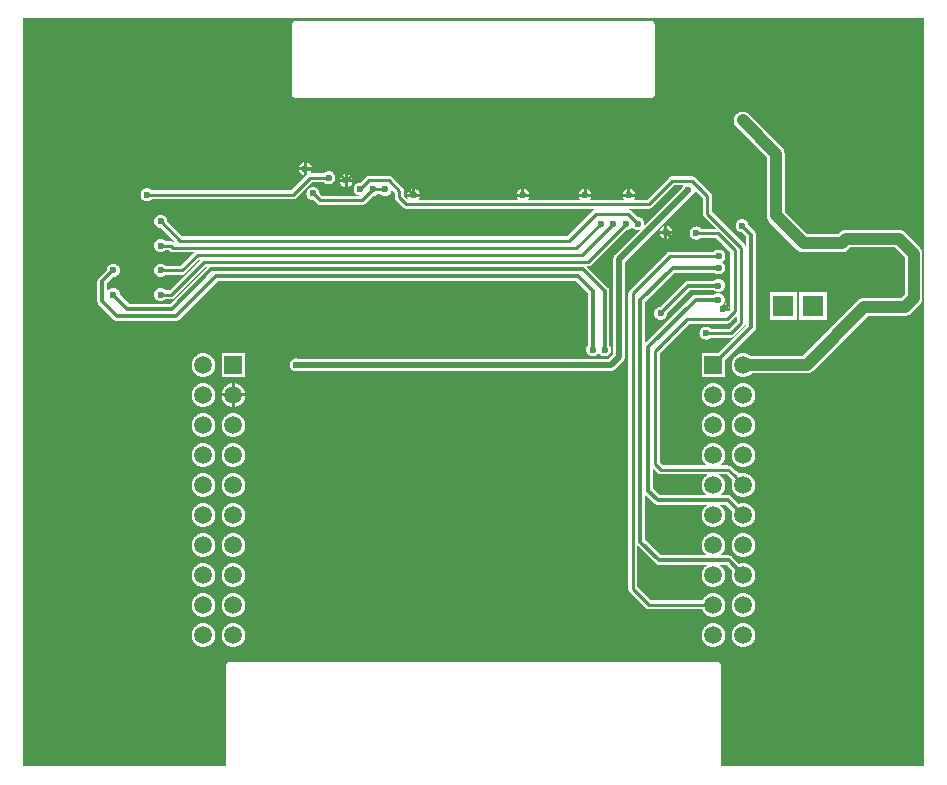
<source format=gtl>
%FSLAX24Y24*%
%MOIN*%
G70*
G01*
G75*
G04 Layer_Physical_Order=1*
G04 Layer_Color=255*
%ADD10C,0.0394*%
%ADD11C,0.0098*%
%ADD12C,0.0118*%
%ADD13C,0.0197*%
%ADD14R,0.0906X0.0795*%
%ADD15C,0.0591*%
%ADD16R,0.0591X0.0591*%
%ADD17R,0.0709X0.0709*%
%ADD18C,0.0217*%
%ADD19C,0.0236*%
G36*
X27028Y-16378D02*
X20240D01*
Y-13000D01*
X20239Y-12983D01*
X20235Y-12966D01*
X20228Y-12950D01*
X20219Y-12935D01*
X20208Y-12922D01*
X20195Y-12911D01*
X20180Y-12902D01*
X20164Y-12895D01*
X20147Y-12891D01*
X20130Y-12890D01*
X3870D01*
X3853Y-12891D01*
X3836Y-12895D01*
X3820Y-12902D01*
X3805Y-12911D01*
X3792Y-12922D01*
X3781Y-12935D01*
X3772Y-12950D01*
X3765Y-12966D01*
X3761Y-12983D01*
X3760Y-13000D01*
Y-16378D01*
X-3028D01*
Y8559D01*
X27028D01*
Y-16378D01*
D02*
G37*
%LPC*%
G36*
X4000Y-4604D02*
X3966Y-4606D01*
X3931Y-4610D01*
X3898Y-4618D01*
X3865Y-4628D01*
X3833Y-4641D01*
X3802Y-4657D01*
X3773Y-4676D01*
X3746Y-4697D01*
X3720Y-4720D01*
X3697Y-4746D01*
X3676Y-4773D01*
X3657Y-4802D01*
X3641Y-4833D01*
X3628Y-4865D01*
X3618Y-4898D01*
X3610Y-4931D01*
X3606Y-4966D01*
X3604Y-5000D01*
X3606Y-5034D01*
X3610Y-5069D01*
X3618Y-5102D01*
X3628Y-5135D01*
X3641Y-5167D01*
X3657Y-5198D01*
X3676Y-5227D01*
X3697Y-5254D01*
X3720Y-5280D01*
X3746Y-5303D01*
X3773Y-5324D01*
X3802Y-5343D01*
X3833Y-5359D01*
X3865Y-5372D01*
X3898Y-5382D01*
X3931Y-5390D01*
X3966Y-5394D01*
X4000Y-5396D01*
X4034Y-5394D01*
X4069Y-5390D01*
X4102Y-5382D01*
X4135Y-5372D01*
X4167Y-5359D01*
X4198Y-5343D01*
X4227Y-5324D01*
X4254Y-5303D01*
X4280Y-5280D01*
X4303Y-5254D01*
X4324Y-5227D01*
X4343Y-5198D01*
X4359Y-5167D01*
X4372Y-5135D01*
X4382Y-5102D01*
X4390Y-5069D01*
X4394Y-5034D01*
X4396Y-5000D01*
X4394Y-4966D01*
X4390Y-4931D01*
X4382Y-4898D01*
X4372Y-4865D01*
X4359Y-4833D01*
X4343Y-4802D01*
X4324Y-4773D01*
X4303Y-4746D01*
X4280Y-4720D01*
X4254Y-4697D01*
X4227Y-4676D01*
X4198Y-4657D01*
X4167Y-4641D01*
X4135Y-4628D01*
X4102Y-4618D01*
X4069Y-4610D01*
X4034Y-4606D01*
X4000Y-4604D01*
D02*
G37*
G36*
X20000D02*
X19966Y-4606D01*
X19931Y-4610D01*
X19898Y-4618D01*
X19865Y-4628D01*
X19833Y-4641D01*
X19802Y-4657D01*
X19773Y-4676D01*
X19746Y-4697D01*
X19720Y-4720D01*
X19697Y-4746D01*
X19676Y-4773D01*
X19657Y-4802D01*
X19641Y-4833D01*
X19628Y-4865D01*
X19618Y-4898D01*
X19610Y-4931D01*
X19606Y-4966D01*
X19604Y-5000D01*
X19606Y-5034D01*
X19610Y-5069D01*
X19618Y-5102D01*
X19628Y-5135D01*
X19641Y-5167D01*
X19657Y-5198D01*
X19676Y-5227D01*
X19697Y-5254D01*
X19720Y-5280D01*
X19746Y-5303D01*
X19773Y-5324D01*
X19802Y-5343D01*
X19833Y-5359D01*
X19865Y-5372D01*
X19898Y-5382D01*
X19931Y-5390D01*
X19966Y-5394D01*
X20000Y-5396D01*
X20034Y-5394D01*
X20069Y-5390D01*
X20102Y-5382D01*
X20135Y-5372D01*
X20167Y-5359D01*
X20198Y-5343D01*
X20227Y-5324D01*
X20254Y-5303D01*
X20280Y-5280D01*
X20303Y-5254D01*
X20324Y-5227D01*
X20343Y-5198D01*
X20359Y-5167D01*
X20372Y-5135D01*
X20382Y-5102D01*
X20390Y-5069D01*
X20394Y-5034D01*
X20396Y-5000D01*
X20394Y-4966D01*
X20390Y-4931D01*
X20382Y-4898D01*
X20372Y-4865D01*
X20359Y-4833D01*
X20343Y-4802D01*
X20324Y-4773D01*
X20303Y-4746D01*
X20280Y-4720D01*
X20254Y-4697D01*
X20227Y-4676D01*
X20198Y-4657D01*
X20167Y-4641D01*
X20135Y-4628D01*
X20102Y-4618D01*
X20069Y-4610D01*
X20034Y-4606D01*
X20000Y-4604D01*
D02*
G37*
G36*
X21000D02*
X20966Y-4606D01*
X20931Y-4610D01*
X20898Y-4618D01*
X20865Y-4628D01*
X20833Y-4641D01*
X20802Y-4657D01*
X20773Y-4676D01*
X20746Y-4697D01*
X20720Y-4720D01*
X20697Y-4746D01*
X20676Y-4773D01*
X20657Y-4802D01*
X20641Y-4833D01*
X20628Y-4865D01*
X20618Y-4898D01*
X20610Y-4931D01*
X20606Y-4966D01*
X20604Y-5000D01*
X20606Y-5034D01*
X20610Y-5069D01*
X20618Y-5102D01*
X20628Y-5135D01*
X20641Y-5167D01*
X20657Y-5198D01*
X20676Y-5227D01*
X20697Y-5254D01*
X20720Y-5280D01*
X20746Y-5303D01*
X20773Y-5324D01*
X20802Y-5343D01*
X20833Y-5359D01*
X20865Y-5372D01*
X20898Y-5382D01*
X20931Y-5390D01*
X20966Y-5394D01*
X21000Y-5396D01*
X21034Y-5394D01*
X21069Y-5390D01*
X21102Y-5382D01*
X21135Y-5372D01*
X21167Y-5359D01*
X21198Y-5343D01*
X21227Y-5324D01*
X21254Y-5303D01*
X21280Y-5280D01*
X21303Y-5254D01*
X21324Y-5227D01*
X21343Y-5198D01*
X21359Y-5167D01*
X21372Y-5135D01*
X21382Y-5102D01*
X21390Y-5069D01*
X21394Y-5034D01*
X21396Y-5000D01*
X21394Y-4966D01*
X21390Y-4931D01*
X21382Y-4898D01*
X21372Y-4865D01*
X21359Y-4833D01*
X21343Y-4802D01*
X21324Y-4773D01*
X21303Y-4746D01*
X21280Y-4720D01*
X21254Y-4697D01*
X21227Y-4676D01*
X21198Y-4657D01*
X21167Y-4641D01*
X21135Y-4628D01*
X21102Y-4618D01*
X21069Y-4610D01*
X21034Y-4606D01*
X21000Y-4604D01*
D02*
G37*
G36*
X3000D02*
X2966Y-4606D01*
X2931Y-4610D01*
X2898Y-4618D01*
X2865Y-4628D01*
X2833Y-4641D01*
X2802Y-4657D01*
X2773Y-4676D01*
X2746Y-4697D01*
X2720Y-4720D01*
X2697Y-4746D01*
X2676Y-4773D01*
X2657Y-4802D01*
X2641Y-4833D01*
X2628Y-4865D01*
X2618Y-4898D01*
X2610Y-4931D01*
X2606Y-4966D01*
X2604Y-5000D01*
X2606Y-5034D01*
X2610Y-5069D01*
X2618Y-5102D01*
X2628Y-5135D01*
X2641Y-5167D01*
X2657Y-5198D01*
X2676Y-5227D01*
X2697Y-5254D01*
X2720Y-5280D01*
X2746Y-5303D01*
X2773Y-5324D01*
X2802Y-5343D01*
X2833Y-5359D01*
X2865Y-5372D01*
X2898Y-5382D01*
X2931Y-5390D01*
X2966Y-5394D01*
X3000Y-5396D01*
X3034Y-5394D01*
X3069Y-5390D01*
X3102Y-5382D01*
X3135Y-5372D01*
X3167Y-5359D01*
X3198Y-5343D01*
X3227Y-5324D01*
X3254Y-5303D01*
X3280Y-5280D01*
X3303Y-5254D01*
X3324Y-5227D01*
X3343Y-5198D01*
X3359Y-5167D01*
X3372Y-5135D01*
X3382Y-5102D01*
X3390Y-5069D01*
X3394Y-5034D01*
X3396Y-5000D01*
X3394Y-4966D01*
X3390Y-4931D01*
X3382Y-4898D01*
X3372Y-4865D01*
X3359Y-4833D01*
X3343Y-4802D01*
X3324Y-4773D01*
X3303Y-4746D01*
X3280Y-4720D01*
X3254Y-4697D01*
X3227Y-4676D01*
X3198Y-4657D01*
X3167Y-4641D01*
X3135Y-4628D01*
X3102Y-4618D01*
X3069Y-4610D01*
X3034Y-4606D01*
X3000Y-4604D01*
D02*
G37*
G36*
Y-5604D02*
X2966Y-5606D01*
X2931Y-5610D01*
X2898Y-5618D01*
X2865Y-5628D01*
X2833Y-5641D01*
X2802Y-5657D01*
X2773Y-5676D01*
X2746Y-5697D01*
X2720Y-5720D01*
X2697Y-5746D01*
X2676Y-5773D01*
X2657Y-5802D01*
X2641Y-5833D01*
X2628Y-5865D01*
X2618Y-5898D01*
X2610Y-5931D01*
X2606Y-5966D01*
X2604Y-6000D01*
X2606Y-6034D01*
X2610Y-6069D01*
X2618Y-6102D01*
X2628Y-6135D01*
X2641Y-6167D01*
X2657Y-6198D01*
X2676Y-6227D01*
X2697Y-6254D01*
X2720Y-6280D01*
X2746Y-6303D01*
X2773Y-6324D01*
X2802Y-6343D01*
X2833Y-6359D01*
X2865Y-6372D01*
X2898Y-6382D01*
X2931Y-6390D01*
X2966Y-6394D01*
X3000Y-6396D01*
X3034Y-6394D01*
X3069Y-6390D01*
X3102Y-6382D01*
X3135Y-6372D01*
X3167Y-6359D01*
X3198Y-6343D01*
X3227Y-6324D01*
X3254Y-6303D01*
X3280Y-6280D01*
X3303Y-6254D01*
X3324Y-6227D01*
X3343Y-6198D01*
X3359Y-6167D01*
X3372Y-6135D01*
X3382Y-6102D01*
X3390Y-6069D01*
X3394Y-6034D01*
X3396Y-6000D01*
X3394Y-5966D01*
X3390Y-5931D01*
X3382Y-5898D01*
X3372Y-5865D01*
X3359Y-5833D01*
X3343Y-5802D01*
X3324Y-5773D01*
X3303Y-5746D01*
X3280Y-5720D01*
X3254Y-5697D01*
X3227Y-5676D01*
X3198Y-5657D01*
X3167Y-5641D01*
X3135Y-5628D01*
X3102Y-5618D01*
X3069Y-5610D01*
X3034Y-5606D01*
X3000Y-5604D01*
D02*
G37*
G36*
X4000D02*
X3966Y-5606D01*
X3931Y-5610D01*
X3898Y-5618D01*
X3865Y-5628D01*
X3833Y-5641D01*
X3802Y-5657D01*
X3773Y-5676D01*
X3746Y-5697D01*
X3720Y-5720D01*
X3697Y-5746D01*
X3676Y-5773D01*
X3657Y-5802D01*
X3641Y-5833D01*
X3628Y-5865D01*
X3618Y-5898D01*
X3610Y-5931D01*
X3606Y-5966D01*
X3604Y-6000D01*
X3606Y-6034D01*
X3610Y-6069D01*
X3618Y-6102D01*
X3628Y-6135D01*
X3641Y-6167D01*
X3657Y-6198D01*
X3676Y-6227D01*
X3697Y-6254D01*
X3720Y-6280D01*
X3746Y-6303D01*
X3773Y-6324D01*
X3802Y-6343D01*
X3833Y-6359D01*
X3865Y-6372D01*
X3898Y-6382D01*
X3931Y-6390D01*
X3966Y-6394D01*
X4000Y-6396D01*
X4034Y-6394D01*
X4069Y-6390D01*
X4102Y-6382D01*
X4135Y-6372D01*
X4167Y-6359D01*
X4198Y-6343D01*
X4227Y-6324D01*
X4254Y-6303D01*
X4280Y-6280D01*
X4303Y-6254D01*
X4324Y-6227D01*
X4343Y-6198D01*
X4359Y-6167D01*
X4372Y-6135D01*
X4382Y-6102D01*
X4390Y-6069D01*
X4394Y-6034D01*
X4396Y-6000D01*
X4394Y-5966D01*
X4390Y-5931D01*
X4382Y-5898D01*
X4372Y-5865D01*
X4359Y-5833D01*
X4343Y-5802D01*
X4324Y-5773D01*
X4303Y-5746D01*
X4280Y-5720D01*
X4254Y-5697D01*
X4227Y-5676D01*
X4198Y-5657D01*
X4167Y-5641D01*
X4135Y-5628D01*
X4102Y-5618D01*
X4069Y-5610D01*
X4034Y-5606D01*
X4000Y-5604D01*
D02*
G37*
G36*
X21000D02*
X20966Y-5606D01*
X20931Y-5610D01*
X20898Y-5618D01*
X20865Y-5628D01*
X20833Y-5641D01*
X20802Y-5657D01*
X20773Y-5676D01*
X20746Y-5697D01*
X20720Y-5720D01*
X20697Y-5746D01*
X20676Y-5773D01*
X20657Y-5802D01*
X20641Y-5833D01*
X20628Y-5865D01*
X20618Y-5898D01*
X20610Y-5931D01*
X20606Y-5966D01*
X20604Y-6000D01*
X20606Y-6034D01*
X20610Y-6069D01*
X20618Y-6102D01*
X20628Y-6135D01*
X20641Y-6167D01*
X20657Y-6198D01*
X20676Y-6227D01*
X20697Y-6254D01*
X20720Y-6280D01*
X20746Y-6303D01*
X20773Y-6324D01*
X20802Y-6343D01*
X20833Y-6359D01*
X20865Y-6372D01*
X20898Y-6382D01*
X20931Y-6390D01*
X20966Y-6394D01*
X21000Y-6396D01*
X21034Y-6394D01*
X21069Y-6390D01*
X21102Y-6382D01*
X21135Y-6372D01*
X21167Y-6359D01*
X21198Y-6343D01*
X21227Y-6324D01*
X21254Y-6303D01*
X21280Y-6280D01*
X21303Y-6254D01*
X21324Y-6227D01*
X21343Y-6198D01*
X21359Y-6167D01*
X21372Y-6135D01*
X21382Y-6102D01*
X21390Y-6069D01*
X21394Y-6034D01*
X21396Y-6000D01*
X21394Y-5966D01*
X21390Y-5931D01*
X21382Y-5898D01*
X21372Y-5865D01*
X21359Y-5833D01*
X21343Y-5802D01*
X21324Y-5773D01*
X21303Y-5746D01*
X21280Y-5720D01*
X21254Y-5697D01*
X21227Y-5676D01*
X21198Y-5657D01*
X21167Y-5641D01*
X21135Y-5628D01*
X21102Y-5618D01*
X21069Y-5610D01*
X21034Y-5606D01*
X21000Y-5604D01*
D02*
G37*
G36*
X3000Y-3604D02*
X2966Y-3606D01*
X2931Y-3610D01*
X2898Y-3618D01*
X2865Y-3628D01*
X2833Y-3641D01*
X2802Y-3657D01*
X2773Y-3676D01*
X2746Y-3697D01*
X2720Y-3720D01*
X2697Y-3746D01*
X2676Y-3773D01*
X2657Y-3802D01*
X2641Y-3833D01*
X2628Y-3865D01*
X2618Y-3898D01*
X2610Y-3931D01*
X2606Y-3966D01*
X2604Y-4000D01*
X2606Y-4034D01*
X2610Y-4069D01*
X2618Y-4102D01*
X2628Y-4135D01*
X2641Y-4167D01*
X2657Y-4198D01*
X2676Y-4227D01*
X2697Y-4254D01*
X2720Y-4280D01*
X2746Y-4303D01*
X2773Y-4324D01*
X2802Y-4343D01*
X2833Y-4359D01*
X2865Y-4372D01*
X2898Y-4382D01*
X2931Y-4390D01*
X2966Y-4394D01*
X3000Y-4396D01*
X3034Y-4394D01*
X3069Y-4390D01*
X3102Y-4382D01*
X3135Y-4372D01*
X3167Y-4359D01*
X3198Y-4343D01*
X3227Y-4324D01*
X3254Y-4303D01*
X3280Y-4280D01*
X3303Y-4254D01*
X3324Y-4227D01*
X3343Y-4198D01*
X3359Y-4167D01*
X3372Y-4135D01*
X3382Y-4102D01*
X3390Y-4069D01*
X3394Y-4034D01*
X3396Y-4000D01*
X3394Y-3966D01*
X3390Y-3931D01*
X3382Y-3898D01*
X3372Y-3865D01*
X3359Y-3833D01*
X3343Y-3802D01*
X3324Y-3773D01*
X3303Y-3746D01*
X3280Y-3720D01*
X3254Y-3697D01*
X3227Y-3676D01*
X3198Y-3657D01*
X3167Y-3641D01*
X3135Y-3628D01*
X3102Y-3618D01*
X3069Y-3610D01*
X3034Y-3606D01*
X3000Y-3604D01*
D02*
G37*
G36*
X3950Y-3608D02*
X3931Y-3610D01*
X3898Y-3618D01*
X3865Y-3628D01*
X3833Y-3641D01*
X3802Y-3657D01*
X3773Y-3676D01*
X3746Y-3697D01*
X3720Y-3720D01*
X3697Y-3746D01*
X3676Y-3773D01*
X3657Y-3802D01*
X3641Y-3833D01*
X3628Y-3865D01*
X3618Y-3898D01*
X3610Y-3931D01*
X3608Y-3950D01*
X3950D01*
Y-3608D01*
D02*
G37*
G36*
X4050D02*
Y-3950D01*
X4392D01*
X4390Y-3931D01*
X4382Y-3898D01*
X4372Y-3865D01*
X4359Y-3833D01*
X4343Y-3802D01*
X4324Y-3773D01*
X4303Y-3746D01*
X4280Y-3720D01*
X4254Y-3697D01*
X4227Y-3676D01*
X4198Y-3657D01*
X4167Y-3641D01*
X4135Y-3628D01*
X4102Y-3618D01*
X4069Y-3610D01*
X4050Y-3608D01*
D02*
G37*
G36*
X3000Y-2604D02*
X2966Y-2606D01*
X2931Y-2610D01*
X2898Y-2618D01*
X2865Y-2628D01*
X2833Y-2641D01*
X2802Y-2657D01*
X2773Y-2676D01*
X2746Y-2697D01*
X2720Y-2720D01*
X2697Y-2746D01*
X2676Y-2773D01*
X2657Y-2802D01*
X2641Y-2833D01*
X2628Y-2865D01*
X2618Y-2898D01*
X2610Y-2931D01*
X2606Y-2966D01*
X2604Y-3000D01*
X2606Y-3034D01*
X2610Y-3069D01*
X2618Y-3102D01*
X2628Y-3135D01*
X2641Y-3167D01*
X2657Y-3198D01*
X2676Y-3227D01*
X2697Y-3254D01*
X2720Y-3280D01*
X2746Y-3303D01*
X2773Y-3324D01*
X2802Y-3343D01*
X2833Y-3359D01*
X2865Y-3372D01*
X2898Y-3382D01*
X2931Y-3390D01*
X2966Y-3394D01*
X3000Y-3396D01*
X3034Y-3394D01*
X3069Y-3390D01*
X3102Y-3382D01*
X3135Y-3372D01*
X3167Y-3359D01*
X3198Y-3343D01*
X3227Y-3324D01*
X3254Y-3303D01*
X3280Y-3280D01*
X3303Y-3254D01*
X3324Y-3227D01*
X3343Y-3198D01*
X3359Y-3167D01*
X3372Y-3135D01*
X3382Y-3102D01*
X3390Y-3069D01*
X3394Y-3034D01*
X3396Y-3000D01*
X3394Y-2966D01*
X3390Y-2931D01*
X3382Y-2898D01*
X3372Y-2865D01*
X3359Y-2833D01*
X3343Y-2802D01*
X3324Y-2773D01*
X3303Y-2746D01*
X3280Y-2720D01*
X3254Y-2697D01*
X3227Y-2676D01*
X3198Y-2657D01*
X3167Y-2641D01*
X3135Y-2628D01*
X3102Y-2618D01*
X3069Y-2610D01*
X3034Y-2606D01*
X3000Y-2604D01*
D02*
G37*
G36*
X4392Y-4050D02*
X4050D01*
Y-4392D01*
X4069Y-4390D01*
X4102Y-4382D01*
X4135Y-4372D01*
X4167Y-4359D01*
X4198Y-4343D01*
X4227Y-4324D01*
X4254Y-4303D01*
X4280Y-4280D01*
X4303Y-4254D01*
X4324Y-4227D01*
X4343Y-4198D01*
X4359Y-4167D01*
X4372Y-4135D01*
X4382Y-4102D01*
X4390Y-4069D01*
X4392Y-4050D01*
D02*
G37*
G36*
X20000Y-3604D02*
X19966Y-3606D01*
X19931Y-3610D01*
X19898Y-3618D01*
X19865Y-3628D01*
X19833Y-3641D01*
X19802Y-3657D01*
X19773Y-3676D01*
X19746Y-3697D01*
X19720Y-3720D01*
X19697Y-3746D01*
X19676Y-3773D01*
X19657Y-3802D01*
X19641Y-3833D01*
X19628Y-3865D01*
X19618Y-3898D01*
X19610Y-3931D01*
X19606Y-3966D01*
X19604Y-4000D01*
X19606Y-4034D01*
X19610Y-4069D01*
X19618Y-4102D01*
X19628Y-4135D01*
X19641Y-4167D01*
X19657Y-4198D01*
X19676Y-4227D01*
X19697Y-4254D01*
X19720Y-4280D01*
X19746Y-4303D01*
X19773Y-4324D01*
X19802Y-4343D01*
X19833Y-4359D01*
X19865Y-4372D01*
X19898Y-4382D01*
X19931Y-4390D01*
X19966Y-4394D01*
X20000Y-4396D01*
X20034Y-4394D01*
X20069Y-4390D01*
X20102Y-4382D01*
X20135Y-4372D01*
X20167Y-4359D01*
X20198Y-4343D01*
X20227Y-4324D01*
X20254Y-4303D01*
X20280Y-4280D01*
X20303Y-4254D01*
X20324Y-4227D01*
X20343Y-4198D01*
X20359Y-4167D01*
X20372Y-4135D01*
X20382Y-4102D01*
X20390Y-4069D01*
X20394Y-4034D01*
X20396Y-4000D01*
X20394Y-3966D01*
X20390Y-3931D01*
X20382Y-3898D01*
X20372Y-3865D01*
X20359Y-3833D01*
X20343Y-3802D01*
X20324Y-3773D01*
X20303Y-3746D01*
X20280Y-3720D01*
X20254Y-3697D01*
X20227Y-3676D01*
X20198Y-3657D01*
X20167Y-3641D01*
X20135Y-3628D01*
X20102Y-3618D01*
X20069Y-3610D01*
X20034Y-3606D01*
X20000Y-3604D01*
D02*
G37*
G36*
X21000D02*
X20966Y-3606D01*
X20931Y-3610D01*
X20898Y-3618D01*
X20865Y-3628D01*
X20833Y-3641D01*
X20802Y-3657D01*
X20773Y-3676D01*
X20746Y-3697D01*
X20720Y-3720D01*
X20697Y-3746D01*
X20676Y-3773D01*
X20657Y-3802D01*
X20641Y-3833D01*
X20628Y-3865D01*
X20618Y-3898D01*
X20610Y-3931D01*
X20606Y-3966D01*
X20604Y-4000D01*
X20606Y-4034D01*
X20610Y-4069D01*
X20618Y-4102D01*
X20628Y-4135D01*
X20641Y-4167D01*
X20657Y-4198D01*
X20676Y-4227D01*
X20697Y-4254D01*
X20720Y-4280D01*
X20746Y-4303D01*
X20773Y-4324D01*
X20802Y-4343D01*
X20833Y-4359D01*
X20865Y-4372D01*
X20898Y-4382D01*
X20931Y-4390D01*
X20966Y-4394D01*
X21000Y-4396D01*
X21034Y-4394D01*
X21069Y-4390D01*
X21102Y-4382D01*
X21135Y-4372D01*
X21167Y-4359D01*
X21198Y-4343D01*
X21227Y-4324D01*
X21254Y-4303D01*
X21280Y-4280D01*
X21303Y-4254D01*
X21324Y-4227D01*
X21343Y-4198D01*
X21359Y-4167D01*
X21372Y-4135D01*
X21382Y-4102D01*
X21390Y-4069D01*
X21394Y-4034D01*
X21396Y-4000D01*
X21394Y-3966D01*
X21390Y-3931D01*
X21382Y-3898D01*
X21372Y-3865D01*
X21359Y-3833D01*
X21343Y-3802D01*
X21324Y-3773D01*
X21303Y-3746D01*
X21280Y-3720D01*
X21254Y-3697D01*
X21227Y-3676D01*
X21198Y-3657D01*
X21167Y-3641D01*
X21135Y-3628D01*
X21102Y-3618D01*
X21069Y-3610D01*
X21034Y-3606D01*
X21000Y-3604D01*
D02*
G37*
G36*
X3950Y-4050D02*
X3608D01*
X3610Y-4069D01*
X3618Y-4102D01*
X3628Y-4135D01*
X3641Y-4167D01*
X3657Y-4198D01*
X3676Y-4227D01*
X3697Y-4254D01*
X3720Y-4280D01*
X3746Y-4303D01*
X3773Y-4324D01*
X3802Y-4343D01*
X3833Y-4359D01*
X3865Y-4372D01*
X3898Y-4382D01*
X3931Y-4390D01*
X3950Y-4392D01*
Y-4050D01*
D02*
G37*
G36*
X4000Y-6604D02*
X3966Y-6606D01*
X3931Y-6610D01*
X3898Y-6618D01*
X3865Y-6628D01*
X3833Y-6641D01*
X3802Y-6657D01*
X3773Y-6676D01*
X3746Y-6697D01*
X3720Y-6720D01*
X3697Y-6746D01*
X3676Y-6773D01*
X3657Y-6802D01*
X3641Y-6833D01*
X3628Y-6865D01*
X3618Y-6898D01*
X3610Y-6931D01*
X3606Y-6966D01*
X3604Y-7000D01*
X3606Y-7034D01*
X3610Y-7069D01*
X3618Y-7102D01*
X3628Y-7135D01*
X3641Y-7167D01*
X3657Y-7198D01*
X3676Y-7227D01*
X3697Y-7254D01*
X3720Y-7280D01*
X3746Y-7303D01*
X3773Y-7324D01*
X3802Y-7343D01*
X3833Y-7359D01*
X3865Y-7372D01*
X3898Y-7382D01*
X3931Y-7390D01*
X3966Y-7394D01*
X4000Y-7396D01*
X4034Y-7394D01*
X4069Y-7390D01*
X4102Y-7382D01*
X4135Y-7372D01*
X4167Y-7359D01*
X4198Y-7343D01*
X4227Y-7324D01*
X4254Y-7303D01*
X4280Y-7280D01*
X4303Y-7254D01*
X4324Y-7227D01*
X4343Y-7198D01*
X4359Y-7167D01*
X4372Y-7135D01*
X4382Y-7102D01*
X4390Y-7069D01*
X4394Y-7034D01*
X4396Y-7000D01*
X4394Y-6966D01*
X4390Y-6931D01*
X4382Y-6898D01*
X4372Y-6865D01*
X4359Y-6833D01*
X4343Y-6802D01*
X4324Y-6773D01*
X4303Y-6746D01*
X4280Y-6720D01*
X4254Y-6697D01*
X4227Y-6676D01*
X4198Y-6657D01*
X4167Y-6641D01*
X4135Y-6628D01*
X4102Y-6618D01*
X4069Y-6610D01*
X4034Y-6606D01*
X4000Y-6604D01*
D02*
G37*
G36*
X3000Y-10604D02*
X2966Y-10606D01*
X2931Y-10610D01*
X2898Y-10618D01*
X2865Y-10628D01*
X2833Y-10641D01*
X2802Y-10657D01*
X2773Y-10676D01*
X2746Y-10697D01*
X2720Y-10720D01*
X2697Y-10746D01*
X2676Y-10773D01*
X2657Y-10802D01*
X2641Y-10833D01*
X2628Y-10865D01*
X2618Y-10898D01*
X2610Y-10931D01*
X2606Y-10966D01*
X2604Y-11000D01*
X2606Y-11034D01*
X2610Y-11069D01*
X2618Y-11102D01*
X2628Y-11135D01*
X2641Y-11167D01*
X2657Y-11198D01*
X2676Y-11227D01*
X2697Y-11254D01*
X2720Y-11280D01*
X2746Y-11303D01*
X2773Y-11324D01*
X2802Y-11343D01*
X2833Y-11359D01*
X2865Y-11372D01*
X2898Y-11382D01*
X2931Y-11390D01*
X2966Y-11394D01*
X3000Y-11396D01*
X3034Y-11394D01*
X3069Y-11390D01*
X3102Y-11382D01*
X3135Y-11372D01*
X3167Y-11359D01*
X3198Y-11343D01*
X3227Y-11324D01*
X3254Y-11303D01*
X3280Y-11280D01*
X3303Y-11254D01*
X3324Y-11227D01*
X3343Y-11198D01*
X3359Y-11167D01*
X3372Y-11135D01*
X3382Y-11102D01*
X3390Y-11069D01*
X3394Y-11034D01*
X3396Y-11000D01*
X3394Y-10966D01*
X3390Y-10931D01*
X3382Y-10898D01*
X3372Y-10865D01*
X3359Y-10833D01*
X3343Y-10802D01*
X3324Y-10773D01*
X3303Y-10746D01*
X3280Y-10720D01*
X3254Y-10697D01*
X3227Y-10676D01*
X3198Y-10657D01*
X3167Y-10641D01*
X3135Y-10628D01*
X3102Y-10618D01*
X3069Y-10610D01*
X3034Y-10606D01*
X3000Y-10604D01*
D02*
G37*
G36*
X4000D02*
X3966Y-10606D01*
X3931Y-10610D01*
X3898Y-10618D01*
X3865Y-10628D01*
X3833Y-10641D01*
X3802Y-10657D01*
X3773Y-10676D01*
X3746Y-10697D01*
X3720Y-10720D01*
X3697Y-10746D01*
X3676Y-10773D01*
X3657Y-10802D01*
X3641Y-10833D01*
X3628Y-10865D01*
X3618Y-10898D01*
X3610Y-10931D01*
X3606Y-10966D01*
X3604Y-11000D01*
X3606Y-11034D01*
X3610Y-11069D01*
X3618Y-11102D01*
X3628Y-11135D01*
X3641Y-11167D01*
X3657Y-11198D01*
X3676Y-11227D01*
X3697Y-11254D01*
X3720Y-11280D01*
X3746Y-11303D01*
X3773Y-11324D01*
X3802Y-11343D01*
X3833Y-11359D01*
X3865Y-11372D01*
X3898Y-11382D01*
X3931Y-11390D01*
X3966Y-11394D01*
X4000Y-11396D01*
X4034Y-11394D01*
X4069Y-11390D01*
X4102Y-11382D01*
X4135Y-11372D01*
X4167Y-11359D01*
X4198Y-11343D01*
X4227Y-11324D01*
X4254Y-11303D01*
X4280Y-11280D01*
X4303Y-11254D01*
X4324Y-11227D01*
X4343Y-11198D01*
X4359Y-11167D01*
X4372Y-11135D01*
X4382Y-11102D01*
X4390Y-11069D01*
X4394Y-11034D01*
X4396Y-11000D01*
X4394Y-10966D01*
X4390Y-10931D01*
X4382Y-10898D01*
X4372Y-10865D01*
X4359Y-10833D01*
X4343Y-10802D01*
X4324Y-10773D01*
X4303Y-10746D01*
X4280Y-10720D01*
X4254Y-10697D01*
X4227Y-10676D01*
X4198Y-10657D01*
X4167Y-10641D01*
X4135Y-10628D01*
X4102Y-10618D01*
X4069Y-10610D01*
X4034Y-10606D01*
X4000Y-10604D01*
D02*
G37*
G36*
X21000D02*
X20966Y-10606D01*
X20931Y-10610D01*
X20898Y-10618D01*
X20865Y-10628D01*
X20833Y-10641D01*
X20802Y-10657D01*
X20773Y-10676D01*
X20746Y-10697D01*
X20720Y-10720D01*
X20697Y-10746D01*
X20676Y-10773D01*
X20657Y-10802D01*
X20641Y-10833D01*
X20628Y-10865D01*
X20618Y-10898D01*
X20610Y-10931D01*
X20606Y-10966D01*
X20604Y-11000D01*
X20606Y-11034D01*
X20610Y-11069D01*
X20618Y-11102D01*
X20628Y-11135D01*
X20641Y-11167D01*
X20657Y-11198D01*
X20676Y-11227D01*
X20697Y-11254D01*
X20720Y-11280D01*
X20746Y-11303D01*
X20773Y-11324D01*
X20802Y-11343D01*
X20833Y-11359D01*
X20865Y-11372D01*
X20898Y-11382D01*
X20931Y-11390D01*
X20966Y-11394D01*
X21000Y-11396D01*
X21034Y-11394D01*
X21069Y-11390D01*
X21102Y-11382D01*
X21135Y-11372D01*
X21167Y-11359D01*
X21198Y-11343D01*
X21227Y-11324D01*
X21254Y-11303D01*
X21280Y-11280D01*
X21303Y-11254D01*
X21324Y-11227D01*
X21343Y-11198D01*
X21359Y-11167D01*
X21372Y-11135D01*
X21382Y-11102D01*
X21390Y-11069D01*
X21394Y-11034D01*
X21396Y-11000D01*
X21394Y-10966D01*
X21390Y-10931D01*
X21382Y-10898D01*
X21372Y-10865D01*
X21359Y-10833D01*
X21343Y-10802D01*
X21324Y-10773D01*
X21303Y-10746D01*
X21280Y-10720D01*
X21254Y-10697D01*
X21227Y-10676D01*
X21198Y-10657D01*
X21167Y-10641D01*
X21135Y-10628D01*
X21102Y-10618D01*
X21069Y-10610D01*
X21034Y-10606D01*
X21000Y-10604D01*
D02*
G37*
G36*
Y-11604D02*
X20966Y-11606D01*
X20931Y-11610D01*
X20898Y-11618D01*
X20865Y-11628D01*
X20833Y-11641D01*
X20802Y-11657D01*
X20773Y-11676D01*
X20746Y-11697D01*
X20720Y-11720D01*
X20697Y-11746D01*
X20676Y-11773D01*
X20657Y-11802D01*
X20641Y-11833D01*
X20628Y-11865D01*
X20618Y-11898D01*
X20610Y-11931D01*
X20606Y-11966D01*
X20604Y-12000D01*
X20606Y-12034D01*
X20610Y-12069D01*
X20618Y-12102D01*
X20628Y-12135D01*
X20641Y-12167D01*
X20657Y-12198D01*
X20676Y-12227D01*
X20697Y-12254D01*
X20720Y-12280D01*
X20746Y-12303D01*
X20773Y-12324D01*
X20802Y-12343D01*
X20833Y-12359D01*
X20865Y-12372D01*
X20898Y-12382D01*
X20931Y-12390D01*
X20966Y-12394D01*
X21000Y-12396D01*
X21034Y-12394D01*
X21069Y-12390D01*
X21102Y-12382D01*
X21135Y-12372D01*
X21167Y-12359D01*
X21198Y-12343D01*
X21227Y-12324D01*
X21254Y-12303D01*
X21280Y-12280D01*
X21303Y-12254D01*
X21324Y-12227D01*
X21343Y-12198D01*
X21359Y-12167D01*
X21372Y-12135D01*
X21382Y-12102D01*
X21390Y-12069D01*
X21394Y-12034D01*
X21396Y-12000D01*
X21394Y-11966D01*
X21390Y-11931D01*
X21382Y-11898D01*
X21372Y-11865D01*
X21359Y-11833D01*
X21343Y-11802D01*
X21324Y-11773D01*
X21303Y-11746D01*
X21280Y-11720D01*
X21254Y-11697D01*
X21227Y-11676D01*
X21198Y-11657D01*
X21167Y-11641D01*
X21135Y-11628D01*
X21102Y-11618D01*
X21069Y-11610D01*
X21034Y-11606D01*
X21000Y-11604D01*
D02*
G37*
G36*
X3000D02*
X2966Y-11606D01*
X2931Y-11610D01*
X2898Y-11618D01*
X2865Y-11628D01*
X2833Y-11641D01*
X2802Y-11657D01*
X2773Y-11676D01*
X2746Y-11697D01*
X2720Y-11720D01*
X2697Y-11746D01*
X2676Y-11773D01*
X2657Y-11802D01*
X2641Y-11833D01*
X2628Y-11865D01*
X2618Y-11898D01*
X2610Y-11931D01*
X2606Y-11966D01*
X2604Y-12000D01*
X2606Y-12034D01*
X2610Y-12069D01*
X2618Y-12102D01*
X2628Y-12135D01*
X2641Y-12167D01*
X2657Y-12198D01*
X2676Y-12227D01*
X2697Y-12254D01*
X2720Y-12280D01*
X2746Y-12303D01*
X2773Y-12324D01*
X2802Y-12343D01*
X2833Y-12359D01*
X2865Y-12372D01*
X2898Y-12382D01*
X2931Y-12390D01*
X2966Y-12394D01*
X3000Y-12396D01*
X3034Y-12394D01*
X3069Y-12390D01*
X3102Y-12382D01*
X3135Y-12372D01*
X3167Y-12359D01*
X3198Y-12343D01*
X3227Y-12324D01*
X3254Y-12303D01*
X3280Y-12280D01*
X3303Y-12254D01*
X3324Y-12227D01*
X3343Y-12198D01*
X3359Y-12167D01*
X3372Y-12135D01*
X3382Y-12102D01*
X3390Y-12069D01*
X3394Y-12034D01*
X3396Y-12000D01*
X3394Y-11966D01*
X3390Y-11931D01*
X3382Y-11898D01*
X3372Y-11865D01*
X3359Y-11833D01*
X3343Y-11802D01*
X3324Y-11773D01*
X3303Y-11746D01*
X3280Y-11720D01*
X3254Y-11697D01*
X3227Y-11676D01*
X3198Y-11657D01*
X3167Y-11641D01*
X3135Y-11628D01*
X3102Y-11618D01*
X3069Y-11610D01*
X3034Y-11606D01*
X3000Y-11604D01*
D02*
G37*
G36*
X4000D02*
X3966Y-11606D01*
X3931Y-11610D01*
X3898Y-11618D01*
X3865Y-11628D01*
X3833Y-11641D01*
X3802Y-11657D01*
X3773Y-11676D01*
X3746Y-11697D01*
X3720Y-11720D01*
X3697Y-11746D01*
X3676Y-11773D01*
X3657Y-11802D01*
X3641Y-11833D01*
X3628Y-11865D01*
X3618Y-11898D01*
X3610Y-11931D01*
X3606Y-11966D01*
X3604Y-12000D01*
X3606Y-12034D01*
X3610Y-12069D01*
X3618Y-12102D01*
X3628Y-12135D01*
X3641Y-12167D01*
X3657Y-12198D01*
X3676Y-12227D01*
X3697Y-12254D01*
X3720Y-12280D01*
X3746Y-12303D01*
X3773Y-12324D01*
X3802Y-12343D01*
X3833Y-12359D01*
X3865Y-12372D01*
X3898Y-12382D01*
X3931Y-12390D01*
X3966Y-12394D01*
X4000Y-12396D01*
X4034Y-12394D01*
X4069Y-12390D01*
X4102Y-12382D01*
X4135Y-12372D01*
X4167Y-12359D01*
X4198Y-12343D01*
X4227Y-12324D01*
X4254Y-12303D01*
X4280Y-12280D01*
X4303Y-12254D01*
X4324Y-12227D01*
X4343Y-12198D01*
X4359Y-12167D01*
X4372Y-12135D01*
X4382Y-12102D01*
X4390Y-12069D01*
X4394Y-12034D01*
X4396Y-12000D01*
X4394Y-11966D01*
X4390Y-11931D01*
X4382Y-11898D01*
X4372Y-11865D01*
X4359Y-11833D01*
X4343Y-11802D01*
X4324Y-11773D01*
X4303Y-11746D01*
X4280Y-11720D01*
X4254Y-11697D01*
X4227Y-11676D01*
X4198Y-11657D01*
X4167Y-11641D01*
X4135Y-11628D01*
X4102Y-11618D01*
X4069Y-11610D01*
X4034Y-11606D01*
X4000Y-11604D01*
D02*
G37*
G36*
X20000D02*
X19966Y-11606D01*
X19931Y-11610D01*
X19898Y-11618D01*
X19865Y-11628D01*
X19833Y-11641D01*
X19802Y-11657D01*
X19773Y-11676D01*
X19746Y-11697D01*
X19720Y-11720D01*
X19697Y-11746D01*
X19676Y-11773D01*
X19657Y-11802D01*
X19641Y-11833D01*
X19628Y-11865D01*
X19618Y-11898D01*
X19610Y-11931D01*
X19606Y-11966D01*
X19604Y-12000D01*
X19606Y-12034D01*
X19610Y-12069D01*
X19618Y-12102D01*
X19628Y-12135D01*
X19641Y-12167D01*
X19657Y-12198D01*
X19676Y-12227D01*
X19697Y-12254D01*
X19720Y-12280D01*
X19746Y-12303D01*
X19773Y-12324D01*
X19802Y-12343D01*
X19833Y-12359D01*
X19865Y-12372D01*
X19898Y-12382D01*
X19931Y-12390D01*
X19966Y-12394D01*
X20000Y-12396D01*
X20034Y-12394D01*
X20069Y-12390D01*
X20102Y-12382D01*
X20135Y-12372D01*
X20167Y-12359D01*
X20198Y-12343D01*
X20227Y-12324D01*
X20254Y-12303D01*
X20280Y-12280D01*
X20303Y-12254D01*
X20324Y-12227D01*
X20343Y-12198D01*
X20359Y-12167D01*
X20372Y-12135D01*
X20382Y-12102D01*
X20390Y-12069D01*
X20394Y-12034D01*
X20396Y-12000D01*
X20394Y-11966D01*
X20390Y-11931D01*
X20382Y-11898D01*
X20372Y-11865D01*
X20359Y-11833D01*
X20343Y-11802D01*
X20324Y-11773D01*
X20303Y-11746D01*
X20280Y-11720D01*
X20254Y-11697D01*
X20227Y-11676D01*
X20198Y-11657D01*
X20167Y-11641D01*
X20135Y-11628D01*
X20102Y-11618D01*
X20069Y-11610D01*
X20034Y-11606D01*
X20000Y-11604D01*
D02*
G37*
G36*
X3000Y-9604D02*
X2966Y-9606D01*
X2931Y-9610D01*
X2898Y-9618D01*
X2865Y-9628D01*
X2833Y-9641D01*
X2802Y-9657D01*
X2773Y-9676D01*
X2746Y-9697D01*
X2720Y-9720D01*
X2697Y-9746D01*
X2676Y-9773D01*
X2657Y-9802D01*
X2641Y-9833D01*
X2628Y-9865D01*
X2618Y-9898D01*
X2610Y-9931D01*
X2606Y-9966D01*
X2604Y-10000D01*
X2606Y-10034D01*
X2610Y-10069D01*
X2618Y-10102D01*
X2628Y-10135D01*
X2641Y-10167D01*
X2657Y-10198D01*
X2676Y-10227D01*
X2697Y-10254D01*
X2720Y-10280D01*
X2746Y-10303D01*
X2773Y-10324D01*
X2802Y-10343D01*
X2833Y-10359D01*
X2865Y-10372D01*
X2898Y-10382D01*
X2931Y-10390D01*
X2966Y-10394D01*
X3000Y-10396D01*
X3034Y-10394D01*
X3069Y-10390D01*
X3102Y-10382D01*
X3135Y-10372D01*
X3167Y-10359D01*
X3198Y-10343D01*
X3227Y-10324D01*
X3254Y-10303D01*
X3280Y-10280D01*
X3303Y-10254D01*
X3324Y-10227D01*
X3343Y-10198D01*
X3359Y-10167D01*
X3372Y-10135D01*
X3382Y-10102D01*
X3390Y-10069D01*
X3394Y-10034D01*
X3396Y-10000D01*
X3394Y-9966D01*
X3390Y-9931D01*
X3382Y-9898D01*
X3372Y-9865D01*
X3359Y-9833D01*
X3343Y-9802D01*
X3324Y-9773D01*
X3303Y-9746D01*
X3280Y-9720D01*
X3254Y-9697D01*
X3227Y-9676D01*
X3198Y-9657D01*
X3167Y-9641D01*
X3135Y-9628D01*
X3102Y-9618D01*
X3069Y-9610D01*
X3034Y-9606D01*
X3000Y-9604D01*
D02*
G37*
G36*
Y-7604D02*
X2966Y-7606D01*
X2931Y-7610D01*
X2898Y-7618D01*
X2865Y-7628D01*
X2833Y-7641D01*
X2802Y-7657D01*
X2773Y-7676D01*
X2746Y-7697D01*
X2720Y-7720D01*
X2697Y-7746D01*
X2676Y-7773D01*
X2657Y-7802D01*
X2641Y-7833D01*
X2628Y-7865D01*
X2618Y-7898D01*
X2610Y-7931D01*
X2606Y-7966D01*
X2604Y-8000D01*
X2606Y-8034D01*
X2610Y-8069D01*
X2618Y-8102D01*
X2628Y-8135D01*
X2641Y-8167D01*
X2657Y-8198D01*
X2676Y-8227D01*
X2697Y-8254D01*
X2720Y-8280D01*
X2746Y-8303D01*
X2773Y-8324D01*
X2802Y-8343D01*
X2833Y-8359D01*
X2865Y-8372D01*
X2898Y-8382D01*
X2931Y-8390D01*
X2966Y-8394D01*
X3000Y-8396D01*
X3034Y-8394D01*
X3069Y-8390D01*
X3102Y-8382D01*
X3135Y-8372D01*
X3167Y-8359D01*
X3198Y-8343D01*
X3227Y-8324D01*
X3254Y-8303D01*
X3280Y-8280D01*
X3303Y-8254D01*
X3324Y-8227D01*
X3343Y-8198D01*
X3359Y-8167D01*
X3372Y-8135D01*
X3382Y-8102D01*
X3390Y-8069D01*
X3394Y-8034D01*
X3396Y-8000D01*
X3394Y-7966D01*
X3390Y-7931D01*
X3382Y-7898D01*
X3372Y-7865D01*
X3359Y-7833D01*
X3343Y-7802D01*
X3324Y-7773D01*
X3303Y-7746D01*
X3280Y-7720D01*
X3254Y-7697D01*
X3227Y-7676D01*
X3198Y-7657D01*
X3167Y-7641D01*
X3135Y-7628D01*
X3102Y-7618D01*
X3069Y-7610D01*
X3034Y-7606D01*
X3000Y-7604D01*
D02*
G37*
G36*
X4000D02*
X3966Y-7606D01*
X3931Y-7610D01*
X3898Y-7618D01*
X3865Y-7628D01*
X3833Y-7641D01*
X3802Y-7657D01*
X3773Y-7676D01*
X3746Y-7697D01*
X3720Y-7720D01*
X3697Y-7746D01*
X3676Y-7773D01*
X3657Y-7802D01*
X3641Y-7833D01*
X3628Y-7865D01*
X3618Y-7898D01*
X3610Y-7931D01*
X3606Y-7966D01*
X3604Y-8000D01*
X3606Y-8034D01*
X3610Y-8069D01*
X3618Y-8102D01*
X3628Y-8135D01*
X3641Y-8167D01*
X3657Y-8198D01*
X3676Y-8227D01*
X3697Y-8254D01*
X3720Y-8280D01*
X3746Y-8303D01*
X3773Y-8324D01*
X3802Y-8343D01*
X3833Y-8359D01*
X3865Y-8372D01*
X3898Y-8382D01*
X3931Y-8390D01*
X3966Y-8394D01*
X4000Y-8396D01*
X4034Y-8394D01*
X4069Y-8390D01*
X4102Y-8382D01*
X4135Y-8372D01*
X4167Y-8359D01*
X4198Y-8343D01*
X4227Y-8324D01*
X4254Y-8303D01*
X4280Y-8280D01*
X4303Y-8254D01*
X4324Y-8227D01*
X4343Y-8198D01*
X4359Y-8167D01*
X4372Y-8135D01*
X4382Y-8102D01*
X4390Y-8069D01*
X4394Y-8034D01*
X4396Y-8000D01*
X4394Y-7966D01*
X4390Y-7931D01*
X4382Y-7898D01*
X4372Y-7865D01*
X4359Y-7833D01*
X4343Y-7802D01*
X4324Y-7773D01*
X4303Y-7746D01*
X4280Y-7720D01*
X4254Y-7697D01*
X4227Y-7676D01*
X4198Y-7657D01*
X4167Y-7641D01*
X4135Y-7628D01*
X4102Y-7618D01*
X4069Y-7610D01*
X4034Y-7606D01*
X4000Y-7604D01*
D02*
G37*
G36*
X3000Y-6604D02*
X2966Y-6606D01*
X2931Y-6610D01*
X2898Y-6618D01*
X2865Y-6628D01*
X2833Y-6641D01*
X2802Y-6657D01*
X2773Y-6676D01*
X2746Y-6697D01*
X2720Y-6720D01*
X2697Y-6746D01*
X2676Y-6773D01*
X2657Y-6802D01*
X2641Y-6833D01*
X2628Y-6865D01*
X2618Y-6898D01*
X2610Y-6931D01*
X2606Y-6966D01*
X2604Y-7000D01*
X2606Y-7034D01*
X2610Y-7069D01*
X2618Y-7102D01*
X2628Y-7135D01*
X2641Y-7167D01*
X2657Y-7198D01*
X2676Y-7227D01*
X2697Y-7254D01*
X2720Y-7280D01*
X2746Y-7303D01*
X2773Y-7324D01*
X2802Y-7343D01*
X2833Y-7359D01*
X2865Y-7372D01*
X2898Y-7382D01*
X2931Y-7390D01*
X2966Y-7394D01*
X3000Y-7396D01*
X3034Y-7394D01*
X3069Y-7390D01*
X3102Y-7382D01*
X3135Y-7372D01*
X3167Y-7359D01*
X3198Y-7343D01*
X3227Y-7324D01*
X3254Y-7303D01*
X3280Y-7280D01*
X3303Y-7254D01*
X3324Y-7227D01*
X3343Y-7198D01*
X3359Y-7167D01*
X3372Y-7135D01*
X3382Y-7102D01*
X3390Y-7069D01*
X3394Y-7034D01*
X3396Y-7000D01*
X3394Y-6966D01*
X3390Y-6931D01*
X3382Y-6898D01*
X3372Y-6865D01*
X3359Y-6833D01*
X3343Y-6802D01*
X3324Y-6773D01*
X3303Y-6746D01*
X3280Y-6720D01*
X3254Y-6697D01*
X3227Y-6676D01*
X3198Y-6657D01*
X3167Y-6641D01*
X3135Y-6628D01*
X3102Y-6618D01*
X3069Y-6610D01*
X3034Y-6606D01*
X3000Y-6604D01*
D02*
G37*
G36*
X21000Y-8604D02*
X20966Y-8606D01*
X20931Y-8610D01*
X20898Y-8618D01*
X20865Y-8628D01*
X20833Y-8641D01*
X20802Y-8657D01*
X20773Y-8676D01*
X20746Y-8697D01*
X20720Y-8720D01*
X20697Y-8746D01*
X20676Y-8773D01*
X20657Y-8802D01*
X20641Y-8833D01*
X20628Y-8865D01*
X20618Y-8898D01*
X20610Y-8931D01*
X20606Y-8966D01*
X20604Y-9000D01*
X20606Y-9034D01*
X20610Y-9069D01*
X20618Y-9102D01*
X20628Y-9135D01*
X20641Y-9167D01*
X20657Y-9198D01*
X20676Y-9227D01*
X20697Y-9254D01*
X20720Y-9280D01*
X20746Y-9303D01*
X20773Y-9324D01*
X20802Y-9343D01*
X20833Y-9359D01*
X20865Y-9372D01*
X20898Y-9382D01*
X20931Y-9390D01*
X20966Y-9394D01*
X21000Y-9396D01*
X21034Y-9394D01*
X21069Y-9390D01*
X21102Y-9382D01*
X21135Y-9372D01*
X21167Y-9359D01*
X21198Y-9343D01*
X21227Y-9324D01*
X21254Y-9303D01*
X21280Y-9280D01*
X21303Y-9254D01*
X21324Y-9227D01*
X21343Y-9198D01*
X21359Y-9167D01*
X21372Y-9135D01*
X21382Y-9102D01*
X21390Y-9069D01*
X21394Y-9034D01*
X21396Y-9000D01*
X21394Y-8966D01*
X21390Y-8931D01*
X21382Y-8898D01*
X21372Y-8865D01*
X21359Y-8833D01*
X21343Y-8802D01*
X21324Y-8773D01*
X21303Y-8746D01*
X21280Y-8720D01*
X21254Y-8697D01*
X21227Y-8676D01*
X21198Y-8657D01*
X21167Y-8641D01*
X21135Y-8628D01*
X21102Y-8618D01*
X21069Y-8610D01*
X21034Y-8606D01*
X21000Y-8604D01*
D02*
G37*
G36*
X4000Y-9604D02*
X3966Y-9606D01*
X3931Y-9610D01*
X3898Y-9618D01*
X3865Y-9628D01*
X3833Y-9641D01*
X3802Y-9657D01*
X3773Y-9676D01*
X3746Y-9697D01*
X3720Y-9720D01*
X3697Y-9746D01*
X3676Y-9773D01*
X3657Y-9802D01*
X3641Y-9833D01*
X3628Y-9865D01*
X3618Y-9898D01*
X3610Y-9931D01*
X3606Y-9966D01*
X3604Y-10000D01*
X3606Y-10034D01*
X3610Y-10069D01*
X3618Y-10102D01*
X3628Y-10135D01*
X3641Y-10167D01*
X3657Y-10198D01*
X3676Y-10227D01*
X3697Y-10254D01*
X3720Y-10280D01*
X3746Y-10303D01*
X3773Y-10324D01*
X3802Y-10343D01*
X3833Y-10359D01*
X3865Y-10372D01*
X3898Y-10382D01*
X3931Y-10390D01*
X3966Y-10394D01*
X4000Y-10396D01*
X4034Y-10394D01*
X4069Y-10390D01*
X4102Y-10382D01*
X4135Y-10372D01*
X4167Y-10359D01*
X4198Y-10343D01*
X4227Y-10324D01*
X4254Y-10303D01*
X4280Y-10280D01*
X4303Y-10254D01*
X4324Y-10227D01*
X4343Y-10198D01*
X4359Y-10167D01*
X4372Y-10135D01*
X4382Y-10102D01*
X4390Y-10069D01*
X4394Y-10034D01*
X4396Y-10000D01*
X4394Y-9966D01*
X4390Y-9931D01*
X4382Y-9898D01*
X4372Y-9865D01*
X4359Y-9833D01*
X4343Y-9802D01*
X4324Y-9773D01*
X4303Y-9746D01*
X4280Y-9720D01*
X4254Y-9697D01*
X4227Y-9676D01*
X4198Y-9657D01*
X4167Y-9641D01*
X4135Y-9628D01*
X4102Y-9618D01*
X4069Y-9610D01*
X4034Y-9606D01*
X4000Y-9604D01*
D02*
G37*
G36*
X3000Y-8604D02*
X2966Y-8606D01*
X2931Y-8610D01*
X2898Y-8618D01*
X2865Y-8628D01*
X2833Y-8641D01*
X2802Y-8657D01*
X2773Y-8676D01*
X2746Y-8697D01*
X2720Y-8720D01*
X2697Y-8746D01*
X2676Y-8773D01*
X2657Y-8802D01*
X2641Y-8833D01*
X2628Y-8865D01*
X2618Y-8898D01*
X2610Y-8931D01*
X2606Y-8966D01*
X2604Y-9000D01*
X2606Y-9034D01*
X2610Y-9069D01*
X2618Y-9102D01*
X2628Y-9135D01*
X2641Y-9167D01*
X2657Y-9198D01*
X2676Y-9227D01*
X2697Y-9254D01*
X2720Y-9280D01*
X2746Y-9303D01*
X2773Y-9324D01*
X2802Y-9343D01*
X2833Y-9359D01*
X2865Y-9372D01*
X2898Y-9382D01*
X2931Y-9390D01*
X2966Y-9394D01*
X3000Y-9396D01*
X3034Y-9394D01*
X3069Y-9390D01*
X3102Y-9382D01*
X3135Y-9372D01*
X3167Y-9359D01*
X3198Y-9343D01*
X3227Y-9324D01*
X3254Y-9303D01*
X3280Y-9280D01*
X3303Y-9254D01*
X3324Y-9227D01*
X3343Y-9198D01*
X3359Y-9167D01*
X3372Y-9135D01*
X3382Y-9102D01*
X3390Y-9069D01*
X3394Y-9034D01*
X3396Y-9000D01*
X3394Y-8966D01*
X3390Y-8931D01*
X3382Y-8898D01*
X3372Y-8865D01*
X3359Y-8833D01*
X3343Y-8802D01*
X3324Y-8773D01*
X3303Y-8746D01*
X3280Y-8720D01*
X3254Y-8697D01*
X3227Y-8676D01*
X3198Y-8657D01*
X3167Y-8641D01*
X3135Y-8628D01*
X3102Y-8618D01*
X3069Y-8610D01*
X3034Y-8606D01*
X3000Y-8604D01*
D02*
G37*
G36*
X4000D02*
X3966Y-8606D01*
X3931Y-8610D01*
X3898Y-8618D01*
X3865Y-8628D01*
X3833Y-8641D01*
X3802Y-8657D01*
X3773Y-8676D01*
X3746Y-8697D01*
X3720Y-8720D01*
X3697Y-8746D01*
X3676Y-8773D01*
X3657Y-8802D01*
X3641Y-8833D01*
X3628Y-8865D01*
X3618Y-8898D01*
X3610Y-8931D01*
X3606Y-8966D01*
X3604Y-9000D01*
X3606Y-9034D01*
X3610Y-9069D01*
X3618Y-9102D01*
X3628Y-9135D01*
X3641Y-9167D01*
X3657Y-9198D01*
X3676Y-9227D01*
X3697Y-9254D01*
X3720Y-9280D01*
X3746Y-9303D01*
X3773Y-9324D01*
X3802Y-9343D01*
X3833Y-9359D01*
X3865Y-9372D01*
X3898Y-9382D01*
X3931Y-9390D01*
X3966Y-9394D01*
X4000Y-9396D01*
X4034Y-9394D01*
X4069Y-9390D01*
X4102Y-9382D01*
X4135Y-9372D01*
X4167Y-9359D01*
X4198Y-9343D01*
X4227Y-9324D01*
X4254Y-9303D01*
X4280Y-9280D01*
X4303Y-9254D01*
X4324Y-9227D01*
X4343Y-9198D01*
X4359Y-9167D01*
X4372Y-9135D01*
X4382Y-9102D01*
X4390Y-9069D01*
X4394Y-9034D01*
X4396Y-9000D01*
X4394Y-8966D01*
X4390Y-8931D01*
X4382Y-8898D01*
X4372Y-8865D01*
X4359Y-8833D01*
X4343Y-8802D01*
X4324Y-8773D01*
X4303Y-8746D01*
X4280Y-8720D01*
X4254Y-8697D01*
X4227Y-8676D01*
X4198Y-8657D01*
X4167Y-8641D01*
X4135Y-8628D01*
X4102Y-8618D01*
X4069Y-8610D01*
X4034Y-8606D01*
X4000Y-8604D01*
D02*
G37*
G36*
X4395Y-2605D02*
X3605D01*
Y-3395D01*
X4395D01*
Y-2605D01*
D02*
G37*
G36*
X13696Y2874D02*
Y2711D01*
X13858D01*
X13852Y2734D01*
X13842Y2756D01*
X13831Y2778D01*
X13816Y2798D01*
X13800Y2816D01*
X13782Y2832D01*
X13762Y2846D01*
X13740Y2858D01*
X13718Y2868D01*
X13696Y2874D01*
D02*
G37*
G36*
X13596D02*
X13574Y2868D01*
X13551Y2858D01*
X13529Y2846D01*
X13509Y2832D01*
X13491Y2816D01*
X13475Y2798D01*
X13461Y2778D01*
X13449Y2756D01*
X13439Y2734D01*
X13433Y2711D01*
X13596D01*
Y2874D01*
D02*
G37*
G36*
X7968Y3100D02*
X7806D01*
Y2937D01*
X7828Y2943D01*
X7851Y2953D01*
X7872Y2965D01*
X7892Y2979D01*
X7910Y2995D01*
X7927Y3013D01*
X7941Y3033D01*
X7953Y3055D01*
X7962Y3077D01*
X7968Y3100D01*
D02*
G37*
G36*
X7706D02*
X7543D01*
X7550Y3077D01*
X7559Y3055D01*
X7571Y3033D01*
X7585Y3013D01*
X7601Y2995D01*
X7620Y2979D01*
X7640Y2965D01*
X7661Y2953D01*
X7684Y2943D01*
X7706Y2937D01*
Y3100D01*
D02*
G37*
G36*
X17235Y2870D02*
Y2707D01*
X17398D01*
X17391Y2730D01*
X17382Y2752D01*
X17370Y2774D01*
X17356Y2794D01*
X17340Y2812D01*
X17321Y2828D01*
X17301Y2842D01*
X17280Y2854D01*
X17257Y2864D01*
X17235Y2870D01*
D02*
G37*
G36*
X17135D02*
X17113Y2864D01*
X17090Y2854D01*
X17069Y2842D01*
X17049Y2828D01*
X17031Y2812D01*
X17014Y2794D01*
X17000Y2774D01*
X16988Y2752D01*
X16979Y2730D01*
X16972Y2707D01*
X17135D01*
Y2870D01*
D02*
G37*
G36*
X10054Y2874D02*
Y2711D01*
X10217D01*
X10210Y2734D01*
X10201Y2756D01*
X10189Y2778D01*
X10175Y2798D01*
X10158Y2816D01*
X10140Y2832D01*
X10120Y2846D01*
X10099Y2858D01*
X10076Y2868D01*
X10054Y2874D01*
D02*
G37*
G36*
X9954D02*
X9932Y2868D01*
X9909Y2858D01*
X9888Y2846D01*
X9868Y2832D01*
X9849Y2816D01*
X9833Y2798D01*
X9819Y2778D01*
X9807Y2756D01*
X9798Y2734D01*
X9791Y2711D01*
X9954D01*
Y2874D01*
D02*
G37*
G36*
X6348Y3756D02*
X6325Y3749D01*
X6303Y3740D01*
X6281Y3728D01*
X6261Y3714D01*
X6243Y3698D01*
X6227Y3680D01*
X6213Y3660D01*
X6201Y3638D01*
X6191Y3615D01*
X6185Y3593D01*
X6348D01*
Y3756D01*
D02*
G37*
G36*
Y3493D02*
X6185D01*
X6191Y3471D01*
X6201Y3449D01*
X6213Y3427D01*
X6227Y3407D01*
X6243Y3389D01*
X6261Y3373D01*
X6281Y3358D01*
X6303Y3346D01*
X6325Y3337D01*
X6348Y3331D01*
Y3493D01*
D02*
G37*
G36*
X17941Y8455D02*
X6051D01*
X6035Y8453D01*
X6020Y8450D01*
X6006Y8444D01*
X5992Y8435D01*
X5980Y8425D01*
X5970Y8413D01*
X5962Y8400D01*
X5956Y8385D01*
X5952Y8370D01*
X5951Y8354D01*
Y6012D01*
X5952Y5996D01*
X5956Y5981D01*
X5962Y5966D01*
X5970Y5953D01*
X5980Y5941D01*
X5992Y5931D01*
X6006Y5922D01*
X6020Y5916D01*
X6035Y5913D01*
X6051Y5911D01*
X17941D01*
X17957Y5913D01*
X17972Y5916D01*
X17986Y5922D01*
X18000Y5931D01*
X18012Y5941D01*
X18022Y5953D01*
X18030Y5966D01*
X18036Y5981D01*
X18040Y5996D01*
X18041Y6012D01*
Y8354D01*
X18040Y8370D01*
X18036Y8385D01*
X18030Y8400D01*
X18022Y8413D01*
X18012Y8425D01*
X18000Y8435D01*
X17986Y8444D01*
X17972Y8450D01*
X17957Y8453D01*
X17941Y8455D01*
D02*
G37*
G36*
X6448Y3756D02*
Y3593D01*
X6610D01*
X6604Y3615D01*
X6594Y3638D01*
X6583Y3660D01*
X6568Y3680D01*
X6552Y3698D01*
X6534Y3714D01*
X6514Y3728D01*
X6492Y3740D01*
X6470Y3749D01*
X6448Y3756D01*
D02*
G37*
G36*
X9185Y3299D02*
X8512D01*
X8492Y3298D01*
X8473Y3294D01*
X8455Y3288D01*
X8437Y3279D01*
X8421Y3268D01*
X8406Y3255D01*
X8231Y3080D01*
X8224Y3081D01*
X8200Y3079D01*
X8176Y3075D01*
X8152Y3068D01*
X8130Y3059D01*
X8108Y3047D01*
X8088Y3033D01*
X8070Y3017D01*
X8054Y2998D01*
X8039Y2978D01*
X8028Y2957D01*
X8018Y2934D01*
X8011Y2911D01*
X8007Y2887D01*
X8006Y2862D01*
X8007Y2838D01*
X8011Y2814D01*
X8018Y2790D01*
X8028Y2767D01*
X8039Y2746D01*
X8054Y2726D01*
X8070Y2708D01*
X8088Y2691D01*
X8108Y2677D01*
X8130Y2665D01*
X8152Y2656D01*
X8175Y2649D01*
X8174Y2642D01*
X6940D01*
X6872Y2710D01*
X6872Y2717D01*
X6871Y2741D01*
X6867Y2765D01*
X6860Y2789D01*
X6850Y2811D01*
X6839Y2833D01*
X6824Y2853D01*
X6808Y2871D01*
X6790Y2887D01*
X6770Y2902D01*
X6748Y2913D01*
X6726Y2923D01*
X6702Y2930D01*
X6678Y2934D01*
X6654Y2935D01*
X6629Y2934D01*
X6605Y2930D01*
X6581Y2923D01*
X6559Y2913D01*
X6537Y2902D01*
X6517Y2887D01*
X6499Y2871D01*
X6483Y2853D01*
X6469Y2833D01*
X6457Y2811D01*
X6447Y2789D01*
X6441Y2765D01*
X6436Y2741D01*
X6435Y2717D01*
X6436Y2692D01*
X6441Y2668D01*
X6447Y2644D01*
X6457Y2622D01*
X6469Y2600D01*
X6483Y2580D01*
X6499Y2562D01*
X6517Y2546D01*
X6537Y2532D01*
X6559Y2520D01*
X6581Y2510D01*
X6605Y2504D01*
X6629Y2499D01*
X6654Y2498D01*
X6660Y2498D01*
X6772Y2386D01*
X6787Y2373D01*
X6803Y2363D01*
D01*
D01*
Y2363D01*
X6803Y2363D01*
D01*
D01*
X6803D01*
X6803Y2363D01*
D01*
X6803D01*
Y2363D01*
X6821Y2354D01*
X6839Y2348D01*
X6839Y2348D01*
X6839Y2348D01*
D01*
X6839Y2348D01*
X6839Y2348D01*
X6858Y2344D01*
X6878Y2343D01*
X8299D01*
X8319Y2344D01*
X8338Y2348D01*
X8356Y2354D01*
X8374Y2363D01*
X8390Y2373D01*
X8405Y2386D01*
X8655Y2636D01*
X8661Y2636D01*
X8686Y2637D01*
X8710Y2641D01*
X8734Y2648D01*
X8756Y2658D01*
X8778Y2669D01*
X8798Y2684D01*
X8816Y2700D01*
X8817Y2701D01*
X8896D01*
X8901Y2696D01*
X8919Y2680D01*
X8939Y2665D01*
X8960Y2654D01*
X8983Y2644D01*
X9007Y2637D01*
X9031Y2633D01*
X9055Y2632D01*
X9080Y2633D01*
X9104Y2637D01*
X9127Y2644D01*
X9150Y2654D01*
X9171Y2665D01*
X9191Y2680D01*
X9210Y2696D01*
X9226Y2714D01*
X9240Y2734D01*
X9252Y2756D01*
X9261Y2778D01*
X9268Y2802D01*
X9272Y2826D01*
X9273Y2840D01*
X9280Y2843D01*
X9386Y2737D01*
Y2583D01*
X9386Y2583D01*
X9386D01*
X9387Y2563D01*
X9391Y2544D01*
X9397Y2525D01*
X9406Y2508D01*
X9417Y2492D01*
X9430Y2477D01*
X9658Y2249D01*
X9673Y2236D01*
X9689Y2225D01*
X9707Y2216D01*
X9725Y2210D01*
X9744Y2206D01*
X9764Y2205D01*
X17839D01*
X17858Y2206D01*
X17877Y2210D01*
X17877D01*
X17877Y2210D01*
X17877Y2210D01*
X17896Y2216D01*
X17913Y2225D01*
X17930Y2236D01*
X17944Y2249D01*
X18684Y2988D01*
X19000D01*
X19004Y2981D01*
X18995Y2971D01*
X18980Y2951D01*
X18969Y2929D01*
X18961Y2911D01*
X17696Y1647D01*
X17689Y1651D01*
X17693Y1664D01*
X17697Y1688D01*
X17699Y1713D01*
X17697Y1737D01*
X17693Y1761D01*
X17687Y1785D01*
X17677Y1807D01*
X17665Y1829D01*
X17651Y1849D01*
X17635Y1867D01*
X17617Y1883D01*
X17597Y1898D01*
X17575Y1909D01*
X17552Y1919D01*
X17529Y1926D01*
X17505Y1930D01*
X17480Y1931D01*
X17474Y1931D01*
X17251Y2153D01*
X17237Y2166D01*
X17220Y2177D01*
X17203Y2185D01*
X17184Y2192D01*
X17165Y2195D01*
X17146Y2197D01*
X16083D01*
X16063Y2195D01*
X16044Y2192D01*
X16025Y2185D01*
X16008Y2177D01*
X15992Y2166D01*
X15977Y2153D01*
X15119Y1295D01*
X2278D01*
X1793Y1781D01*
X1793Y1787D01*
X1792Y1812D01*
X1788Y1836D01*
X1781Y1860D01*
X1772Y1882D01*
X1760Y1904D01*
X1746Y1924D01*
X1729Y1942D01*
X1711Y1958D01*
X1691Y1972D01*
X1670Y1984D01*
X1647Y1994D01*
X1623Y2000D01*
X1599Y2004D01*
X1575Y2006D01*
X1550Y2004D01*
X1526Y2000D01*
X1503Y1994D01*
X1480Y1984D01*
X1459Y1972D01*
X1439Y1958D01*
X1420Y1942D01*
X1404Y1924D01*
X1390Y1904D01*
X1378Y1882D01*
X1369Y1860D01*
X1362Y1836D01*
X1358Y1812D01*
X1356Y1787D01*
X1358Y1763D01*
X1362Y1739D01*
X1369Y1715D01*
X1378Y1693D01*
X1390Y1671D01*
X1404Y1651D01*
X1420Y1633D01*
X1439Y1617D01*
X1459Y1602D01*
X1480Y1591D01*
X1503Y1581D01*
X1526Y1574D01*
X1550Y1570D01*
X1575Y1569D01*
X1581Y1569D01*
X2084Y1066D01*
X2081Y1059D01*
X2038D01*
X2011Y1086D01*
X1997Y1099D01*
X1980Y1110D01*
X1963Y1118D01*
X1944Y1125D01*
X1925Y1129D01*
X1906Y1130D01*
X1734D01*
X1729Y1135D01*
X1711Y1151D01*
X1691Y1165D01*
X1670Y1177D01*
X1647Y1187D01*
X1623Y1193D01*
X1599Y1197D01*
X1575Y1199D01*
X1550Y1197D01*
X1526Y1193D01*
X1503Y1187D01*
X1480Y1177D01*
X1459Y1165D01*
X1439Y1151D01*
X1420Y1135D01*
X1404Y1117D01*
X1390Y1097D01*
X1378Y1075D01*
X1369Y1052D01*
X1362Y1029D01*
X1358Y1005D01*
X1356Y980D01*
X1358Y956D01*
X1362Y932D01*
X1369Y908D01*
X1378Y886D01*
X1390Y864D01*
X1404Y844D01*
X1420Y826D01*
X1439Y810D01*
X1459Y795D01*
X1480Y784D01*
X1503Y774D01*
X1526Y767D01*
X1550Y763D01*
X1575Y762D01*
X1599Y763D01*
X1623Y767D01*
X1647Y774D01*
X1670Y784D01*
X1691Y795D01*
X1711Y810D01*
X1729Y826D01*
X1734Y831D01*
X1844D01*
X1871Y804D01*
X1885Y791D01*
X1892Y786D01*
X1902Y780D01*
X1919Y771D01*
X1938Y765D01*
X1957Y761D01*
X1976Y760D01*
X2676D01*
X2679Y753D01*
X2233Y307D01*
X1734D01*
X1729Y312D01*
X1711Y328D01*
X1691Y342D01*
X1670Y354D01*
X1647Y364D01*
X1623Y370D01*
X1599Y375D01*
X1575Y376D01*
X1550Y375D01*
X1526Y370D01*
X1503Y364D01*
X1480Y354D01*
X1459Y342D01*
X1439Y328D01*
X1420Y312D01*
X1404Y294D01*
X1390Y274D01*
X1378Y252D01*
X1369Y230D01*
X1362Y206D01*
X1358Y182D01*
X1356Y157D01*
X1358Y133D01*
X1362Y109D01*
X1369Y85D01*
X1378Y63D01*
X1390Y41D01*
X1404Y21D01*
X1420Y3D01*
X1439Y-13D01*
X1459Y-27D01*
X1480Y-39D01*
X1503Y-49D01*
X1526Y-55D01*
X1550Y-60D01*
X1575Y-61D01*
X1599Y-60D01*
X1623Y-55D01*
X1647Y-49D01*
X1670Y-39D01*
X1691Y-27D01*
X1711Y-13D01*
X1729Y3D01*
X1734Y8D01*
X2295D01*
X2315Y9D01*
X2334Y13D01*
X2334D01*
X2334Y13D01*
X2334Y13D01*
X2352Y19D01*
X2370Y28D01*
X2386Y39D01*
X2401Y52D01*
X2869Y520D01*
X2885D01*
X2888Y512D01*
X1871Y-504D01*
X1734D01*
X1729Y-499D01*
X1711Y-483D01*
X1691Y-469D01*
X1670Y-457D01*
X1647Y-447D01*
X1623Y-441D01*
X1599Y-436D01*
X1575Y-435D01*
X1550Y-436D01*
X1526Y-441D01*
X1503Y-447D01*
X1480Y-457D01*
X1459Y-469D01*
X1439Y-483D01*
X1420Y-499D01*
X1404Y-517D01*
X1390Y-537D01*
X1378Y-559D01*
X1369Y-581D01*
X1362Y-605D01*
X1358Y-629D01*
X1356Y-654D01*
X1358Y-678D01*
X1362Y-702D01*
X1369Y-726D01*
X1378Y-748D01*
X1390Y-770D01*
X1404Y-790D01*
X1420Y-808D01*
X1439Y-824D01*
X1459Y-839D01*
X1480Y-850D01*
X1503Y-860D01*
X1526Y-867D01*
X1550Y-871D01*
X1575Y-872D01*
X1599Y-871D01*
X1623Y-867D01*
X1647Y-860D01*
X1670Y-850D01*
X1691Y-839D01*
X1711Y-824D01*
X1729Y-808D01*
X1734Y-803D01*
X1933D01*
X1953Y-802D01*
X1972Y-798D01*
X1990Y-792D01*
X2008Y-783D01*
X2024Y-772D01*
X2039Y-759D01*
X3082Y284D01*
X3119D01*
X3122Y276D01*
X1883Y-963D01*
X535D01*
X218Y-646D01*
X217Y-629D01*
X213Y-605D01*
X206Y-581D01*
X197Y-559D01*
X185Y-537D01*
X171Y-517D01*
X154Y-499D01*
X136Y-483D01*
X116Y-469D01*
X95Y-457D01*
X72Y-447D01*
X49Y-441D01*
X24Y-436D01*
X0Y-435D01*
X-24Y-436D01*
X-49Y-441D01*
X-72Y-447D01*
X-95Y-457D01*
X-116Y-469D01*
X-136Y-483D01*
X-154Y-499D01*
X-171Y-517D01*
X-185Y-537D01*
X-197Y-559D01*
X-206Y-581D01*
X-207Y-584D01*
X-215Y-582D01*
Y-283D01*
X7Y-61D01*
X24Y-60D01*
X49Y-55D01*
X72Y-49D01*
X95Y-39D01*
X116Y-27D01*
X136Y-13D01*
X154Y3D01*
X171Y21D01*
X185Y41D01*
X197Y63D01*
X206Y85D01*
X213Y109D01*
X217Y133D01*
X218Y157D01*
X217Y182D01*
X213Y206D01*
X206Y230D01*
X197Y252D01*
X185Y274D01*
X171Y294D01*
X154Y312D01*
X136Y328D01*
X116Y342D01*
X95Y354D01*
X72Y364D01*
X49Y370D01*
X24Y375D01*
X0Y376D01*
X-24Y375D01*
X-49Y370D01*
X-72Y364D01*
X-95Y354D01*
X-116Y342D01*
X-136Y328D01*
X-154Y312D01*
X-171Y294D01*
X-185Y274D01*
X-197Y252D01*
X-206Y230D01*
X-213Y206D01*
X-217Y182D01*
X-218Y165D01*
X-487Y-104D01*
X-500Y-120D01*
X-512Y-137D01*
X-521Y-156D01*
X-528Y-175D01*
X-532Y-196D01*
X-533Y-217D01*
Y-874D01*
X-533Y-874D01*
X-533D01*
X-532Y-895D01*
X-528Y-915D01*
X-521Y-935D01*
X-512Y-954D01*
X-500Y-971D01*
X-487Y-987D01*
X17Y-1491D01*
X33Y-1504D01*
X50Y-1516D01*
X69Y-1525D01*
X89Y-1532D01*
X109Y-1536D01*
X130Y-1537D01*
X2075D01*
X2096Y-1536D01*
X2116Y-1532D01*
X2136Y-1525D01*
X2155Y-1516D01*
X2172Y-1504D01*
X2188Y-1491D01*
X3479Y-199D01*
X15426D01*
X15817Y-590D01*
Y-2339D01*
X15806Y-2352D01*
X15791Y-2372D01*
X15780Y-2393D01*
X15770Y-2416D01*
X15763Y-2440D01*
X15759Y-2464D01*
X15758Y-2488D01*
X15759Y-2513D01*
X15763Y-2537D01*
X15770Y-2560D01*
X15780Y-2583D01*
X15791Y-2604D01*
X15806Y-2624D01*
X15822Y-2643D01*
X15840Y-2659D01*
X15860Y-2673D01*
X15882Y-2685D01*
X15904Y-2694D01*
X15928Y-2701D01*
X15952Y-2705D01*
X15976Y-2707D01*
X16001Y-2705D01*
X16025Y-2701D01*
X16049Y-2694D01*
X16071Y-2685D01*
X16093Y-2673D01*
X16113Y-2659D01*
X16131Y-2643D01*
X16147Y-2624D01*
X16161Y-2604D01*
X16172Y-2584D01*
X16180Y-2585D01*
X16181Y-2587D01*
X16193Y-2608D01*
X16207Y-2628D01*
X16223Y-2647D01*
X16242Y-2663D01*
X16262Y-2677D01*
X16283Y-2689D01*
X16306Y-2698D01*
X16329Y-2705D01*
X16353Y-2709D01*
X16378Y-2711D01*
X16402Y-2709D01*
X16427Y-2705D01*
X16450Y-2698D01*
X16473Y-2689D01*
X16494Y-2677D01*
X16514Y-2663D01*
X16532Y-2647D01*
X16549Y-2628D01*
X16563Y-2608D01*
X16575Y-2587D01*
X16584Y-2564D01*
X16591Y-2541D01*
X16595Y-2517D01*
X16596Y-2492D01*
X16595Y-2468D01*
X16591Y-2444D01*
X16584Y-2420D01*
X16575Y-2397D01*
X16563Y-2376D01*
X16549Y-2356D01*
X16537Y-2343D01*
Y-543D01*
X16536Y-523D01*
X16535Y-519D01*
X16532Y-502D01*
X16525Y-482D01*
X16516Y-464D01*
X16504Y-446D01*
X16491Y-431D01*
X15784Y276D01*
X15787Y284D01*
X15807D01*
X15827Y285D01*
X15846Y289D01*
X15846D01*
X15846Y289D01*
X15846Y289D01*
X15864Y295D01*
X15882Y304D01*
X15898Y314D01*
X15913Y327D01*
X17080Y1495D01*
X17087Y1494D01*
X17111Y1496D01*
X17135Y1500D01*
X17159Y1506D01*
X17181Y1516D01*
X17203Y1528D01*
X17223Y1542D01*
X17241Y1558D01*
X17257Y1576D01*
X17272Y1596D01*
X17279Y1611D01*
X17287D01*
X17295Y1596D01*
X17310Y1576D01*
X17326Y1558D01*
X17344Y1542D01*
X17364Y1528D01*
X17386Y1516D01*
X17408Y1506D01*
X17432Y1500D01*
X17456Y1496D01*
X17480Y1494D01*
X17505Y1496D01*
X17529Y1500D01*
X17542Y1503D01*
X17546Y1497D01*
X16718Y668D01*
X16703Y651D01*
X16690Y633D01*
X16679Y614D01*
X16675Y603D01*
X16671Y593D01*
X16665Y572D01*
X16661Y550D01*
X16660Y528D01*
Y-2646D01*
X16504Y-2801D01*
X6185D01*
X6167Y-2794D01*
X6143Y-2787D01*
X6119Y-2783D01*
X6094Y-2782D01*
X6070Y-2783D01*
X6046Y-2787D01*
X6022Y-2794D01*
X6000Y-2803D01*
X5978Y-2815D01*
X5958Y-2829D01*
X5940Y-2846D01*
X5924Y-2864D01*
X5910Y-2884D01*
X5898Y-2905D01*
X5888Y-2928D01*
X5882Y-2951D01*
X5877Y-2976D01*
X5876Y-3000D01*
X5877Y-3024D01*
X5882Y-3049D01*
X5888Y-3072D01*
X5898Y-3095D01*
X5910Y-3116D01*
X5924Y-3136D01*
X5940Y-3154D01*
X5958Y-3171D01*
X5978Y-3185D01*
X6000Y-3197D01*
X6022Y-3206D01*
X6046Y-3213D01*
X6070Y-3217D01*
X6094Y-3218D01*
X6119Y-3217D01*
X6143Y-3213D01*
X6167Y-3206D01*
X6185Y-3199D01*
X16587D01*
X16609Y-3197D01*
X16631Y-3194D01*
X16652Y-3188D01*
X16663Y-3183D01*
X16673Y-3179D01*
X16692Y-3168D01*
X16711Y-3155D01*
X16727Y-3141D01*
X16727Y-3141D01*
X16727Y-3141D01*
X16999Y-2869D01*
X17014Y-2852D01*
X17027Y-2834D01*
X17037Y-2815D01*
X17046Y-2794D01*
X17052Y-2773D01*
X17056Y-2751D01*
X17057Y-2728D01*
Y445D01*
X19242Y2630D01*
X19260Y2638D01*
X19282Y2650D01*
X19302Y2664D01*
X19320Y2680D01*
X19336Y2698D01*
X19350Y2718D01*
X19362Y2740D01*
X19372Y2763D01*
X19378Y2786D01*
X19382Y2810D01*
X19383Y2828D01*
X19391Y2831D01*
X19654Y2568D01*
Y2043D01*
X19654Y2043D01*
X19654D01*
X19655Y2024D01*
X19659Y2005D01*
X19665Y1986D01*
X19674Y1969D01*
X19685Y1952D01*
X19697Y1938D01*
X20081Y1554D01*
X20078Y1547D01*
X19588D01*
X19584Y1552D01*
X19565Y1568D01*
X19545Y1583D01*
X19524Y1594D01*
X19501Y1604D01*
X19478Y1611D01*
X19454Y1615D01*
X19429Y1616D01*
X19405Y1615D01*
X19381Y1611D01*
X19357Y1604D01*
X19334Y1594D01*
X19313Y1583D01*
X19293Y1568D01*
X19275Y1552D01*
X19258Y1534D01*
X19244Y1514D01*
X19232Y1492D01*
X19223Y1470D01*
X19216Y1446D01*
X19212Y1422D01*
X19211Y1398D01*
X19212Y1373D01*
X19216Y1349D01*
X19223Y1325D01*
X19232Y1303D01*
X19244Y1281D01*
X19258Y1261D01*
X19275Y1243D01*
X19293Y1227D01*
X19313Y1213D01*
X19334Y1201D01*
X19357Y1191D01*
X19381Y1185D01*
X19405Y1181D01*
X19429Y1179D01*
X19454Y1181D01*
X19478Y1185D01*
X19501Y1191D01*
X19524Y1201D01*
X19545Y1213D01*
X19565Y1227D01*
X19584Y1243D01*
X19588Y1248D01*
X20076D01*
X20559Y765D01*
Y-1144D01*
X20553Y-1148D01*
X20549Y-1146D01*
X20549Y-1157D01*
X20510Y-1196D01*
X20331D01*
Y-1146D01*
X20281D01*
Y-1002D01*
X20298Y-990D01*
X20316Y-973D01*
X20332Y-955D01*
X20346Y-935D01*
X20350Y-928D01*
X20355Y-929D01*
X20353Y-924D01*
X20358Y-914D01*
X20368Y-891D01*
X20374Y-868D01*
X20378Y-843D01*
X20380Y-819D01*
X20378Y-794D01*
X20374Y-770D01*
X20368Y-747D01*
X20358Y-724D01*
X20346Y-703D01*
X20332Y-683D01*
X20316Y-664D01*
X20298Y-648D01*
X20278Y-634D01*
X20256Y-622D01*
X20234Y-613D01*
X20210Y-606D01*
X20186Y-602D01*
X20161Y-600D01*
X20137Y-602D01*
X20113Y-606D01*
X20089Y-613D01*
X20067Y-622D01*
X20045Y-634D01*
X20025Y-648D01*
X20012Y-659D01*
X19406D01*
X19385Y-661D01*
X19364Y-665D01*
X19345Y-672D01*
X19326Y-681D01*
X19308Y-692D01*
X19293Y-706D01*
X17734Y-2265D01*
X17726Y-2262D01*
Y-916D01*
X18720Y77D01*
X20028D01*
X20041Y65D01*
X20061Y51D01*
X20082Y39D01*
X20105Y30D01*
X20129Y23D01*
X20153Y19D01*
X20177Y18D01*
X20202Y19D01*
X20226Y23D01*
X20249Y30D01*
X20272Y39D01*
X20293Y51D01*
X20313Y65D01*
X20332Y82D01*
X20348Y100D01*
X20362Y120D01*
X20374Y141D01*
X20383Y164D01*
X20390Y188D01*
X20394Y212D01*
X20396Y236D01*
X20394Y261D01*
X20390Y285D01*
X20383Y308D01*
X20374Y331D01*
X20362Y352D01*
X20348Y372D01*
X20332Y391D01*
X20313Y407D01*
X20293Y421D01*
X20280Y429D01*
X20280Y433D01*
X20301Y445D01*
X20321Y459D01*
X20340Y475D01*
X20356Y494D01*
X20370Y514D01*
X20382Y535D01*
X20391Y558D01*
X20398Y581D01*
X20402Y605D01*
X20403Y630D01*
X20402Y654D01*
X20398Y679D01*
X20391Y702D01*
X20382Y725D01*
X20370Y746D01*
X20356Y766D01*
X20340Y784D01*
X20321Y801D01*
X20301Y815D01*
X20280Y827D01*
X20257Y836D01*
X20234Y843D01*
X20210Y847D01*
X20185Y848D01*
X20161Y847D01*
X20136Y843D01*
X20113Y836D01*
X20090Y827D01*
X20069Y815D01*
X20049Y801D01*
X20031Y784D01*
X20026Y779D01*
X18559D01*
X18540Y778D01*
X18520Y774D01*
X18502Y768D01*
X18484Y759D01*
X18468Y749D01*
X18453Y736D01*
X17209Y-508D01*
X17196Y-523D01*
X17185Y-539D01*
X17177Y-557D01*
X17171Y-575D01*
X17167Y-595D01*
X17165Y-614D01*
Y-10465D01*
X17165Y-10465D01*
X17165D01*
X17167Y-10484D01*
X17171Y-10503D01*
X17177Y-10522D01*
X17185Y-10539D01*
X17196Y-10556D01*
X17209Y-10570D01*
X17745Y-11106D01*
X17759Y-11119D01*
X17776Y-11129D01*
X17793Y-11138D01*
X17812Y-11144D01*
X17831Y-11148D01*
X17850Y-11150D01*
X19634D01*
X19641Y-11167D01*
X19657Y-11198D01*
X19676Y-11227D01*
X19697Y-11254D01*
X19720Y-11280D01*
X19746Y-11303D01*
X19773Y-11324D01*
X19802Y-11343D01*
X19833Y-11359D01*
X19865Y-11372D01*
X19898Y-11382D01*
X19931Y-11390D01*
X19966Y-11394D01*
X20000Y-11396D01*
X20034Y-11394D01*
X20069Y-11390D01*
X20102Y-11382D01*
X20135Y-11372D01*
X20167Y-11359D01*
X20198Y-11343D01*
X20227Y-11324D01*
X20254Y-11303D01*
X20280Y-11280D01*
X20303Y-11254D01*
X20324Y-11227D01*
X20343Y-11198D01*
X20359Y-11167D01*
X20372Y-11135D01*
X20382Y-11102D01*
X20390Y-11069D01*
X20394Y-11034D01*
X20396Y-11000D01*
X20394Y-10966D01*
X20390Y-10931D01*
X20382Y-10898D01*
X20372Y-10865D01*
X20359Y-10833D01*
X20343Y-10802D01*
X20324Y-10773D01*
X20303Y-10746D01*
X20280Y-10720D01*
X20254Y-10697D01*
X20227Y-10676D01*
X20198Y-10657D01*
X20167Y-10641D01*
X20135Y-10628D01*
X20102Y-10618D01*
X20069Y-10610D01*
X20034Y-10606D01*
X20000Y-10604D01*
X19966Y-10606D01*
X19931Y-10610D01*
X19898Y-10618D01*
X19865Y-10628D01*
X19833Y-10641D01*
X19802Y-10657D01*
X19773Y-10676D01*
X19746Y-10697D01*
X19720Y-10720D01*
X19697Y-10746D01*
X19676Y-10773D01*
X19657Y-10802D01*
X19641Y-10833D01*
X19634Y-10850D01*
X17912D01*
X17464Y-10403D01*
Y-9019D01*
X17472Y-9016D01*
X18076Y-9621D01*
X18092Y-9634D01*
X18109Y-9646D01*
X18128Y-9655D01*
X18148Y-9662D01*
X18168Y-9666D01*
X18189Y-9667D01*
X19773D01*
X19775Y-9675D01*
X19773Y-9676D01*
X19746Y-9697D01*
X19720Y-9720D01*
X19697Y-9746D01*
X19676Y-9773D01*
X19657Y-9802D01*
X19641Y-9833D01*
X19628Y-9865D01*
X19618Y-9898D01*
X19610Y-9931D01*
X19606Y-9966D01*
X19604Y-10000D01*
X19606Y-10034D01*
X19610Y-10069D01*
X19618Y-10102D01*
X19628Y-10135D01*
X19641Y-10167D01*
X19657Y-10198D01*
X19676Y-10227D01*
X19697Y-10254D01*
X19720Y-10280D01*
X19746Y-10303D01*
X19773Y-10324D01*
X19802Y-10343D01*
X19833Y-10359D01*
X19865Y-10372D01*
X19898Y-10382D01*
X19931Y-10390D01*
X19966Y-10394D01*
X20000Y-10396D01*
X20034Y-10394D01*
X20069Y-10390D01*
X20102Y-10382D01*
X20135Y-10372D01*
X20167Y-10359D01*
X20198Y-10343D01*
X20227Y-10324D01*
X20254Y-10303D01*
X20280Y-10280D01*
X20303Y-10254D01*
X20324Y-10227D01*
X20343Y-10198D01*
X20359Y-10167D01*
X20372Y-10135D01*
X20382Y-10102D01*
X20390Y-10069D01*
X20394Y-10034D01*
X20396Y-10000D01*
X20394Y-9966D01*
X20390Y-9931D01*
X20382Y-9898D01*
X20372Y-9865D01*
X20359Y-9833D01*
X20343Y-9802D01*
X20324Y-9773D01*
X20303Y-9746D01*
X20280Y-9720D01*
X20254Y-9697D01*
X20227Y-9676D01*
X20225Y-9675D01*
X20227Y-9667D01*
X20442D01*
X20631Y-9857D01*
X20628Y-9865D01*
X20618Y-9898D01*
X20610Y-9931D01*
X20606Y-9966D01*
X20604Y-10000D01*
X20606Y-10034D01*
X20610Y-10069D01*
X20618Y-10102D01*
X20628Y-10135D01*
X20641Y-10167D01*
X20657Y-10198D01*
X20676Y-10227D01*
X20697Y-10254D01*
X20720Y-10280D01*
X20746Y-10303D01*
X20773Y-10324D01*
X20802Y-10343D01*
X20833Y-10359D01*
X20865Y-10372D01*
X20898Y-10382D01*
X20931Y-10390D01*
X20966Y-10394D01*
X21000Y-10396D01*
X21034Y-10394D01*
X21069Y-10390D01*
X21102Y-10382D01*
X21135Y-10372D01*
X21167Y-10359D01*
X21198Y-10343D01*
X21227Y-10324D01*
X21254Y-10303D01*
X21280Y-10280D01*
X21303Y-10254D01*
X21324Y-10227D01*
X21343Y-10198D01*
X21359Y-10167D01*
X21372Y-10135D01*
X21382Y-10102D01*
X21390Y-10069D01*
X21394Y-10034D01*
X21396Y-10000D01*
X21394Y-9966D01*
X21390Y-9931D01*
X21382Y-9898D01*
X21372Y-9865D01*
X21359Y-9833D01*
X21343Y-9802D01*
X21324Y-9773D01*
X21303Y-9746D01*
X21280Y-9720D01*
X21254Y-9697D01*
X21227Y-9676D01*
X21198Y-9657D01*
X21167Y-9641D01*
X21135Y-9628D01*
X21102Y-9618D01*
X21069Y-9610D01*
X21034Y-9606D01*
X21000Y-9604D01*
X20966Y-9606D01*
X20931Y-9610D01*
X20898Y-9618D01*
X20865Y-9628D01*
X20857Y-9631D01*
X20621Y-9395D01*
X20605Y-9381D01*
X20588Y-9370D01*
X20569Y-9361D01*
X20549Y-9354D01*
X20529Y-9350D01*
X20508Y-9348D01*
X20203D01*
X20201Y-9341D01*
X20227Y-9324D01*
X20254Y-9303D01*
X20280Y-9280D01*
X20303Y-9254D01*
X20324Y-9227D01*
X20343Y-9198D01*
X20359Y-9167D01*
X20372Y-9135D01*
X20382Y-9102D01*
X20390Y-9069D01*
X20394Y-9034D01*
X20396Y-9000D01*
X20394Y-8966D01*
X20390Y-8931D01*
X20382Y-8898D01*
X20372Y-8865D01*
X20359Y-8833D01*
X20343Y-8802D01*
X20324Y-8773D01*
X20303Y-8746D01*
X20280Y-8720D01*
X20254Y-8697D01*
X20227Y-8676D01*
X20198Y-8657D01*
X20167Y-8641D01*
X20135Y-8628D01*
X20102Y-8618D01*
X20069Y-8610D01*
X20034Y-8606D01*
X20000Y-8604D01*
X19966Y-8606D01*
X19931Y-8610D01*
X19898Y-8618D01*
X19865Y-8628D01*
X19833Y-8641D01*
X19802Y-8657D01*
X19773Y-8676D01*
X19746Y-8697D01*
X19720Y-8720D01*
X19697Y-8746D01*
X19676Y-8773D01*
X19657Y-8802D01*
X19641Y-8833D01*
X19628Y-8865D01*
X19618Y-8898D01*
X19610Y-8931D01*
X19606Y-8966D01*
X19604Y-9000D01*
X19606Y-9034D01*
X19610Y-9069D01*
X19618Y-9102D01*
X19628Y-9135D01*
X19641Y-9167D01*
X19657Y-9198D01*
X19676Y-9227D01*
X19697Y-9254D01*
X19720Y-9280D01*
X19746Y-9303D01*
X19773Y-9324D01*
X19799Y-9341D01*
X19797Y-9348D01*
X18255D01*
X17726Y-8820D01*
Y-7324D01*
X17734Y-7321D01*
X18025Y-7613D01*
X18041Y-7626D01*
X18058Y-7638D01*
X18077Y-7647D01*
X18097Y-7654D01*
X18117Y-7658D01*
X18138Y-7659D01*
X19785D01*
X19787Y-7667D01*
X19773Y-7676D01*
X19746Y-7697D01*
X19720Y-7720D01*
X19697Y-7746D01*
X19676Y-7773D01*
X19657Y-7802D01*
X19641Y-7833D01*
X19628Y-7865D01*
X19618Y-7898D01*
X19610Y-7931D01*
X19606Y-7966D01*
X19604Y-8000D01*
X19606Y-8034D01*
X19610Y-8069D01*
X19618Y-8102D01*
X19628Y-8135D01*
X19641Y-8167D01*
X19657Y-8198D01*
X19676Y-8227D01*
X19697Y-8254D01*
X19720Y-8280D01*
X19746Y-8303D01*
X19773Y-8324D01*
X19802Y-8343D01*
X19833Y-8359D01*
X19865Y-8372D01*
X19898Y-8382D01*
X19931Y-8390D01*
X19966Y-8394D01*
X20000Y-8396D01*
X20034Y-8394D01*
X20069Y-8390D01*
X20102Y-8382D01*
X20135Y-8372D01*
X20167Y-8359D01*
X20198Y-8343D01*
X20227Y-8324D01*
X20254Y-8303D01*
X20280Y-8280D01*
X20303Y-8254D01*
X20324Y-8227D01*
X20343Y-8198D01*
X20359Y-8167D01*
X20372Y-8135D01*
X20382Y-8102D01*
X20390Y-8069D01*
X20394Y-8034D01*
X20396Y-8000D01*
X20394Y-7966D01*
X20390Y-7931D01*
X20382Y-7898D01*
X20372Y-7865D01*
X20359Y-7833D01*
X20343Y-7802D01*
X20324Y-7773D01*
X20303Y-7746D01*
X20280Y-7720D01*
X20254Y-7697D01*
X20227Y-7676D01*
X20213Y-7667D01*
X20215Y-7659D01*
X20434D01*
X20631Y-7857D01*
X20628Y-7865D01*
X20618Y-7898D01*
X20610Y-7931D01*
X20606Y-7966D01*
X20604Y-8000D01*
X20606Y-8034D01*
X20610Y-8069D01*
X20618Y-8102D01*
X20628Y-8135D01*
X20641Y-8167D01*
X20657Y-8198D01*
X20676Y-8227D01*
X20697Y-8254D01*
X20720Y-8280D01*
X20746Y-8303D01*
X20773Y-8324D01*
X20802Y-8343D01*
X20833Y-8359D01*
X20865Y-8372D01*
X20898Y-8382D01*
X20931Y-8390D01*
X20966Y-8394D01*
X21000Y-8396D01*
X21034Y-8394D01*
X21069Y-8390D01*
X21102Y-8382D01*
X21135Y-8372D01*
X21167Y-8359D01*
X21198Y-8343D01*
X21227Y-8324D01*
X21254Y-8303D01*
X21280Y-8280D01*
X21303Y-8254D01*
X21324Y-8227D01*
X21343Y-8198D01*
X21359Y-8167D01*
X21372Y-8135D01*
X21382Y-8102D01*
X21390Y-8069D01*
X21394Y-8034D01*
X21396Y-8000D01*
X21394Y-7966D01*
X21390Y-7931D01*
X21382Y-7898D01*
X21372Y-7865D01*
X21359Y-7833D01*
X21343Y-7802D01*
X21324Y-7773D01*
X21303Y-7746D01*
X21280Y-7720D01*
X21254Y-7697D01*
X21227Y-7676D01*
X21198Y-7657D01*
X21167Y-7641D01*
X21135Y-7628D01*
X21102Y-7618D01*
X21069Y-7610D01*
X21034Y-7606D01*
X21000Y-7604D01*
X20966Y-7606D01*
X20931Y-7610D01*
X20898Y-7618D01*
X20865Y-7628D01*
X20857Y-7631D01*
X20613Y-7387D01*
X20597Y-7374D01*
X20580Y-7362D01*
X20561Y-7353D01*
X20541Y-7346D01*
X20521Y-7342D01*
X20500Y-7341D01*
X20215D01*
X20213Y-7333D01*
X20227Y-7324D01*
X20254Y-7303D01*
X20280Y-7280D01*
X20303Y-7254D01*
X20324Y-7227D01*
X20343Y-7198D01*
X20359Y-7167D01*
X20372Y-7135D01*
X20382Y-7102D01*
X20390Y-7069D01*
X20394Y-7034D01*
X20396Y-7000D01*
X20394Y-6966D01*
X20390Y-6931D01*
X20382Y-6898D01*
X20372Y-6865D01*
X20359Y-6833D01*
X20343Y-6802D01*
X20324Y-6773D01*
X20303Y-6746D01*
X20280Y-6720D01*
X20254Y-6697D01*
X20227Y-6676D01*
X20198Y-6657D01*
X20197Y-6657D01*
X20199Y-6650D01*
X20438D01*
X20607Y-6818D01*
X20636Y-6847D01*
X20628Y-6865D01*
X20618Y-6898D01*
X20610Y-6931D01*
X20606Y-6966D01*
X20604Y-7000D01*
X20606Y-7034D01*
X20610Y-7069D01*
X20618Y-7102D01*
X20628Y-7135D01*
X20641Y-7167D01*
X20657Y-7198D01*
X20676Y-7227D01*
X20697Y-7254D01*
X20720Y-7280D01*
X20746Y-7303D01*
X20773Y-7324D01*
X20802Y-7343D01*
X20833Y-7359D01*
X20865Y-7372D01*
X20898Y-7382D01*
X20931Y-7390D01*
X20966Y-7394D01*
X21000Y-7396D01*
X21034Y-7394D01*
X21069Y-7390D01*
X21102Y-7382D01*
X21135Y-7372D01*
X21167Y-7359D01*
X21198Y-7343D01*
X21227Y-7324D01*
X21254Y-7303D01*
X21280Y-7280D01*
X21303Y-7254D01*
X21324Y-7227D01*
X21343Y-7198D01*
X21359Y-7167D01*
X21372Y-7135D01*
X21382Y-7102D01*
X21390Y-7069D01*
X21394Y-7034D01*
X21396Y-7000D01*
X21394Y-6966D01*
X21390Y-6931D01*
X21382Y-6898D01*
X21372Y-6865D01*
X21359Y-6833D01*
X21343Y-6802D01*
X21324Y-6773D01*
X21303Y-6746D01*
X21280Y-6720D01*
X21254Y-6697D01*
X21227Y-6676D01*
X21198Y-6657D01*
X21167Y-6641D01*
X21135Y-6628D01*
X21102Y-6618D01*
X21069Y-6610D01*
X21034Y-6606D01*
X21000Y-6604D01*
X20966Y-6606D01*
X20931Y-6610D01*
X20898Y-6618D01*
X20865Y-6628D01*
X20860Y-6630D01*
X20853Y-6627D01*
X20851Y-6620D01*
X20842Y-6602D01*
X20831Y-6586D01*
X20818Y-6571D01*
X20804Y-6559D01*
X20787Y-6548D01*
X20770Y-6539D01*
X20751Y-6533D01*
X20742Y-6531D01*
X20606Y-6394D01*
X20591Y-6381D01*
X20575Y-6370D01*
X20557Y-6362D01*
X20539Y-6356D01*
X20520Y-6352D01*
X20500Y-6350D01*
X20199D01*
X20197Y-6343D01*
X20198Y-6343D01*
X20227Y-6324D01*
X20254Y-6303D01*
X20280Y-6280D01*
X20303Y-6254D01*
X20324Y-6227D01*
X20343Y-6198D01*
X20359Y-6167D01*
X20372Y-6135D01*
X20382Y-6102D01*
X20390Y-6069D01*
X20394Y-6034D01*
X20396Y-6000D01*
X20394Y-5966D01*
X20390Y-5931D01*
X20382Y-5898D01*
X20372Y-5865D01*
X20359Y-5833D01*
X20343Y-5802D01*
X20324Y-5773D01*
X20303Y-5746D01*
X20280Y-5720D01*
X20254Y-5697D01*
X20227Y-5676D01*
X20198Y-5657D01*
X20167Y-5641D01*
X20135Y-5628D01*
X20102Y-5618D01*
X20069Y-5610D01*
X20034Y-5606D01*
X20000Y-5604D01*
X19966Y-5606D01*
X19931Y-5610D01*
X19898Y-5618D01*
X19865Y-5628D01*
X19833Y-5641D01*
X19802Y-5657D01*
X19773Y-5676D01*
X19746Y-5697D01*
X19720Y-5720D01*
X19697Y-5746D01*
X19676Y-5773D01*
X19657Y-5802D01*
X19641Y-5833D01*
X19628Y-5865D01*
X19618Y-5898D01*
X19610Y-5931D01*
X19606Y-5966D01*
X19604Y-6000D01*
X19606Y-6034D01*
X19610Y-6069D01*
X19618Y-6102D01*
X19628Y-6135D01*
X19641Y-6167D01*
X19657Y-6198D01*
X19676Y-6227D01*
X19697Y-6254D01*
X19720Y-6280D01*
X19746Y-6303D01*
X19773Y-6324D01*
X19802Y-6343D01*
X19803Y-6343D01*
X19801Y-6350D01*
X18322D01*
X18216Y-6245D01*
Y-2593D01*
X19188Y-1622D01*
X20445D01*
X20464Y-1621D01*
X20484Y-1617D01*
X20484D01*
X20484Y-1617D01*
X20484Y-1617D01*
X20502Y-1611D01*
X20520Y-1602D01*
X20536Y-1591D01*
X20551Y-1578D01*
X20776Y-1353D01*
X20784Y-1356D01*
Y-1536D01*
X20533Y-1787D01*
X19915D01*
X19910Y-1783D01*
X19892Y-1766D01*
X19872Y-1752D01*
X19851Y-1740D01*
X19828Y-1731D01*
X19805Y-1724D01*
X19780Y-1720D01*
X19756Y-1719D01*
X19731Y-1720D01*
X19707Y-1724D01*
X19684Y-1731D01*
X19661Y-1740D01*
X19640Y-1752D01*
X19620Y-1766D01*
X19601Y-1783D01*
X19585Y-1801D01*
X19571Y-1821D01*
X19559Y-1842D01*
X19550Y-1865D01*
X19543Y-1888D01*
X19539Y-1913D01*
X19537Y-1937D01*
X19539Y-1961D01*
X19543Y-1986D01*
X19550Y-2009D01*
X19559Y-2032D01*
X19571Y-2053D01*
X19585Y-2073D01*
X19601Y-2091D01*
X19620Y-2108D01*
X19640Y-2122D01*
X19661Y-2134D01*
X19684Y-2143D01*
X19707Y-2150D01*
X19731Y-2154D01*
X19756Y-2155D01*
X19780Y-2154D01*
X19805Y-2150D01*
X19828Y-2143D01*
X19851Y-2134D01*
X19872Y-2122D01*
X19892Y-2108D01*
X19910Y-2091D01*
X19915Y-2087D01*
X20594D01*
X20614Y-2085D01*
X20633Y-2081D01*
X20633D01*
X20633Y-2081D01*
X20633Y-2081D01*
X20652Y-2075D01*
X20669Y-2067D01*
X20686Y-2056D01*
X20700Y-2043D01*
X21039Y-1704D01*
X21052Y-1689D01*
X21063Y-1673D01*
X21071Y-1656D01*
X21078Y-1637D01*
X21081Y-1618D01*
X21083Y-1598D01*
X21083Y-1598D01*
X21083Y-1598D01*
Y-1598D01*
Y913D01*
X21081Y933D01*
X21078Y952D01*
X21071Y971D01*
X21063Y988D01*
X21052Y1004D01*
X21039Y1019D01*
X19953Y2105D01*
Y2630D01*
X19951Y2649D01*
X19948Y2669D01*
X19941Y2687D01*
X19933Y2705D01*
X19922Y2721D01*
X19909Y2736D01*
X19401Y3244D01*
X19386Y3256D01*
X19370Y3267D01*
X19353Y3276D01*
X19334Y3282D01*
X19315Y3286D01*
X19295Y3287D01*
X18622D01*
X18603Y3286D01*
X18583Y3282D01*
X18565Y3276D01*
X18547Y3267D01*
X18531Y3256D01*
X18516Y3244D01*
X17777Y2504D01*
X17350D01*
X17347Y2511D01*
X17356Y2521D01*
X17370Y2541D01*
X17382Y2563D01*
X17391Y2585D01*
X17398Y2607D01*
X16972D01*
X16979Y2585D01*
X16988Y2563D01*
X17000Y2541D01*
X17014Y2521D01*
X17023Y2511D01*
X17020Y2504D01*
X15893D01*
X15890Y2511D01*
X15899Y2521D01*
X15913Y2541D01*
X15925Y2563D01*
X15935Y2585D01*
X15941Y2607D01*
X15516D01*
X15522Y2585D01*
X15532Y2563D01*
X15543Y2541D01*
X15558Y2521D01*
X15567Y2511D01*
X15563Y2504D01*
X13807D01*
X13804Y2511D01*
X13816Y2525D01*
X13831Y2545D01*
X13842Y2567D01*
X13852Y2589D01*
X13858Y2611D01*
X13433D01*
X13439Y2589D01*
X13449Y2567D01*
X13461Y2545D01*
X13475Y2525D01*
X13488Y2511D01*
X13484Y2504D01*
X10165D01*
X10162Y2511D01*
X10175Y2525D01*
X10189Y2545D01*
X10201Y2567D01*
X10210Y2589D01*
X10217Y2611D01*
X9791D01*
X9798Y2589D01*
X9807Y2567D01*
X9819Y2545D01*
X9833Y2525D01*
X9846Y2511D01*
X9843Y2504D01*
X9826D01*
X9685Y2645D01*
Y2799D01*
X9684Y2819D01*
X9680Y2838D01*
X9674Y2856D01*
X9665Y2874D01*
X9654Y2890D01*
X9641Y2905D01*
X9291Y3255D01*
X9276Y3268D01*
X9260Y3279D01*
X9242Y3288D01*
X9224Y3294D01*
X9205Y3298D01*
X9185Y3299D01*
D02*
G37*
G36*
X6610Y3493D02*
X6448D01*
Y3344D01*
X6431Y3328D01*
X6422Y3326D01*
X6419Y3326D01*
X6422Y3319D01*
X5934Y2831D01*
X1281D01*
X1277Y2836D01*
X1258Y2852D01*
X1238Y2866D01*
X1217Y2878D01*
X1194Y2887D01*
X1171Y2894D01*
X1147Y2898D01*
X1122Y2900D01*
X1098Y2898D01*
X1073Y2894D01*
X1050Y2887D01*
X1027Y2878D01*
X1006Y2866D01*
X986Y2852D01*
X968Y2836D01*
X951Y2817D01*
X937Y2797D01*
X925Y2776D01*
X916Y2753D01*
X909Y2730D01*
X905Y2706D01*
X904Y2681D01*
X905Y2657D01*
X909Y2632D01*
X916Y2609D01*
X925Y2586D01*
X937Y2565D01*
X951Y2545D01*
X968Y2527D01*
X986Y2510D01*
X1006Y2496D01*
X1027Y2484D01*
X1050Y2475D01*
X1073Y2468D01*
X1098Y2464D01*
X1122Y2463D01*
X1147Y2464D01*
X1171Y2468D01*
X1194Y2475D01*
X1217Y2484D01*
X1238Y2496D01*
X1258Y2510D01*
X1277Y2527D01*
X1281Y2532D01*
X5996D01*
X6016Y2533D01*
X6035Y2537D01*
X6035D01*
X6035Y2537D01*
X6035Y2537D01*
X6053Y2543D01*
X6071Y2552D01*
X6087Y2562D01*
X6102Y2575D01*
X6621Y3095D01*
X7022D01*
X7027Y3090D01*
X7045Y3073D01*
X7065Y3059D01*
X7086Y3047D01*
X7109Y3038D01*
X7132Y3031D01*
X7157Y3027D01*
X7181Y3026D01*
X7206Y3027D01*
X7230Y3031D01*
X7253Y3038D01*
X7276Y3047D01*
X7297Y3059D01*
X7317Y3073D01*
X7336Y3090D01*
X7352Y3108D01*
X7366Y3128D01*
X7378Y3149D01*
X7387Y3172D01*
X7394Y3195D01*
X7398Y3220D01*
X7400Y3244D01*
X7398Y3269D01*
X7394Y3293D01*
X7387Y3316D01*
X7378Y3339D01*
X7366Y3360D01*
X7352Y3380D01*
X7336Y3399D01*
X7317Y3415D01*
X7297Y3429D01*
X7276Y3441D01*
X7253Y3450D01*
X7230Y3457D01*
X7206Y3461D01*
X7181Y3463D01*
X7157Y3461D01*
X7132Y3457D01*
X7109Y3450D01*
X7086Y3441D01*
X7065Y3429D01*
X7045Y3415D01*
X7027Y3399D01*
X7022Y3394D01*
X6566D01*
X6563Y3401D01*
X6568Y3407D01*
X6583Y3427D01*
X6594Y3449D01*
X6604Y3471D01*
X6610Y3493D01*
D02*
G37*
G36*
X7806Y3362D02*
Y3200D01*
X7968D01*
X7962Y3222D01*
X7953Y3244D01*
X7941Y3266D01*
X7927Y3286D01*
X7910Y3304D01*
X7892Y3320D01*
X7872Y3335D01*
X7851Y3346D01*
X7828Y3356D01*
X7806Y3362D01*
D02*
G37*
G36*
X7706D02*
X7684Y3356D01*
X7661Y3346D01*
X7640Y3335D01*
X7620Y3320D01*
X7601Y3304D01*
X7585Y3286D01*
X7571Y3266D01*
X7559Y3244D01*
X7550Y3222D01*
X7543Y3200D01*
X7706D01*
Y3362D01*
D02*
G37*
G36*
X15778Y2870D02*
Y2707D01*
X15941D01*
X15935Y2730D01*
X15925Y2752D01*
X15913Y2774D01*
X15899Y2794D01*
X15883Y2812D01*
X15865Y2828D01*
X15845Y2842D01*
X15823Y2854D01*
X15800Y2864D01*
X15778Y2870D01*
D02*
G37*
G36*
X26113Y-1756D02*
Y-1919D01*
X26276D01*
X26269Y-1896D01*
X26260Y-1874D01*
X26248Y-1852D01*
X26234Y-1832D01*
X26217Y-1814D01*
X26199Y-1798D01*
X26179Y-1784D01*
X26158Y-1772D01*
X26135Y-1762D01*
X26113Y-1756D01*
D02*
G37*
G36*
X26013D02*
X25991Y-1762D01*
X25968Y-1772D01*
X25947Y-1784D01*
X25927Y-1798D01*
X25909Y-1814D01*
X25892Y-1832D01*
X25878Y-1852D01*
X25866Y-1874D01*
X25857Y-1896D01*
X25850Y-1919D01*
X26013D01*
Y-1756D01*
D02*
G37*
G36*
X23773Y-577D02*
X22865D01*
Y-1486D01*
X23773D01*
Y-577D01*
D02*
G37*
G36*
X22789D02*
X21880D01*
Y-1486D01*
X22789D01*
Y-577D01*
D02*
G37*
G36*
X20976Y5447D02*
X20947Y5445D01*
X20918Y5441D01*
X20890Y5434D01*
X20863Y5424D01*
X20836Y5412D01*
X20811Y5397D01*
X20788Y5379D01*
X20766Y5360D01*
X20747Y5338D01*
X20729Y5315D01*
X20714Y5290D01*
X20702Y5263D01*
X20692Y5236D01*
X20685Y5208D01*
X20681Y5179D01*
X20679Y5150D01*
X20681Y5120D01*
X20685Y5092D01*
X20692Y5063D01*
X20702Y5036D01*
X20714Y5009D01*
X20729Y4984D01*
X20747Y4961D01*
X20766Y4939D01*
X21782Y3924D01*
Y2354D01*
Y1982D01*
X21783Y1952D01*
X21787Y1924D01*
X21794Y1895D01*
X21804Y1868D01*
X21817Y1841D01*
X21832Y1816D01*
X21849Y1793D01*
X21869Y1771D01*
X22795Y845D01*
X22817Y825D01*
X22840Y808D01*
X22865Y793D01*
X22891Y781D01*
X22919Y771D01*
X22947Y764D01*
X22976Y759D01*
X23005Y758D01*
X24272D01*
X24301Y759D01*
X24330Y764D01*
X24358Y771D01*
X24385Y781D01*
X24412Y793D01*
X24437Y808D01*
X24460Y825D01*
X24482Y845D01*
X24482Y845D01*
X24482Y845D01*
X24552Y915D01*
X26050D01*
X26376Y589D01*
Y-652D01*
X26267Y-762D01*
X25035D01*
X25006Y-763D01*
X24977Y-768D01*
X24949Y-775D01*
X24922Y-784D01*
X24895Y-797D01*
X24870Y-812D01*
X24847Y-829D01*
X24825Y-849D01*
X24825Y-849D01*
X22983Y-2691D01*
X21247D01*
X21227Y-2676D01*
X21198Y-2657D01*
X21167Y-2641D01*
X21135Y-2628D01*
X21102Y-2618D01*
X21069Y-2610D01*
X21034Y-2606D01*
X21000Y-2604D01*
X20966Y-2606D01*
X20931Y-2610D01*
X20898Y-2618D01*
X20865Y-2628D01*
X20833Y-2641D01*
X20802Y-2657D01*
X20773Y-2676D01*
X20746Y-2697D01*
X20720Y-2720D01*
X20697Y-2746D01*
X20676Y-2773D01*
X20657Y-2802D01*
X20641Y-2833D01*
X20628Y-2865D01*
X20618Y-2898D01*
X20610Y-2931D01*
X20606Y-2966D01*
X20604Y-3000D01*
X20606Y-3034D01*
X20610Y-3069D01*
X20618Y-3102D01*
X20628Y-3135D01*
X20641Y-3167D01*
X20657Y-3198D01*
X20676Y-3227D01*
X20697Y-3254D01*
X20720Y-3280D01*
X20746Y-3303D01*
X20773Y-3324D01*
X20802Y-3343D01*
X20833Y-3359D01*
X20865Y-3372D01*
X20898Y-3382D01*
X20931Y-3390D01*
X20966Y-3394D01*
X21000Y-3396D01*
X21034Y-3394D01*
X21069Y-3390D01*
X21102Y-3382D01*
X21135Y-3372D01*
X21167Y-3359D01*
X21198Y-3343D01*
X21227Y-3324D01*
X21254Y-3303D01*
X21274Y-3285D01*
X23106D01*
X23135Y-3284D01*
X23164Y-3280D01*
X23193Y-3273D01*
X23220Y-3263D01*
X23246Y-3250D01*
X23271Y-3235D01*
X23295Y-3218D01*
X23316Y-3198D01*
X23316Y-3198D01*
X23316Y-3198D01*
X25159Y-1356D01*
X26390D01*
X26419Y-1355D01*
X26448Y-1351D01*
X26476Y-1343D01*
X26504Y-1334D01*
X26530Y-1321D01*
X26555Y-1306D01*
X26578Y-1289D01*
X26600Y-1269D01*
X26883Y-986D01*
X26903Y-964D01*
X26920Y-941D01*
X26935Y-916D01*
X26941Y-903D01*
X26948Y-889D01*
X26958Y-862D01*
X26965Y-834D01*
X26969Y-805D01*
X26970Y-776D01*
X26970Y-776D01*
Y709D01*
Y713D01*
X26969Y742D01*
X26965Y771D01*
X26958Y799D01*
X26948Y826D01*
X26935Y853D01*
X26920Y878D01*
X26903Y901D01*
X26883Y923D01*
X26383Y1423D01*
X26362Y1442D01*
X26338Y1460D01*
X26313Y1475D01*
X26287Y1487D01*
X26260Y1497D01*
X26231Y1504D01*
X26202Y1508D01*
X26173Y1510D01*
X24429D01*
X24429Y1510D01*
X24400Y1508D01*
X24371Y1504D01*
X24343Y1497D01*
X24315Y1487D01*
X24302Y1481D01*
X24289Y1475D01*
X24264Y1460D01*
X24241Y1442D01*
X24219Y1423D01*
X24219Y1423D01*
X24149Y1352D01*
X23128D01*
X22376Y2105D01*
Y2354D01*
Y4047D01*
X22375Y4076D01*
X22370Y4105D01*
X22363Y4134D01*
X22353Y4161D01*
X22341Y4187D01*
X22326Y4212D01*
X22308Y4236D01*
X22289Y4257D01*
X21187Y5360D01*
X21165Y5379D01*
X21142Y5397D01*
X21116Y5412D01*
X21090Y5424D01*
X21063Y5434D01*
X21034Y5441D01*
X21006Y5445D01*
X20976Y5447D01*
D02*
G37*
G36*
X20957Y1864D02*
X20932Y1863D01*
X20908Y1859D01*
X20885Y1852D01*
X20862Y1842D01*
X20840Y1831D01*
X20820Y1816D01*
X20802Y1800D01*
X20786Y1782D01*
X20772Y1762D01*
X20760Y1740D01*
X20751Y1718D01*
X20744Y1694D01*
X20740Y1670D01*
X20738Y1646D01*
X20740Y1621D01*
X20744Y1597D01*
X20751Y1574D01*
X20760Y1551D01*
X20772Y1529D01*
X20786Y1509D01*
X20802Y1491D01*
X20820Y1475D01*
X20840Y1461D01*
X20862Y1449D01*
X20885Y1439D01*
X20908Y1433D01*
X20932Y1429D01*
X20949Y1428D01*
X21100Y1276D01*
Y-1674D01*
X20170Y-2605D01*
X19605D01*
Y-3395D01*
X20395D01*
Y-2830D01*
X21373Y-1853D01*
X21386Y-1837D01*
X21398Y-1820D01*
X21407Y-1801D01*
X21414Y-1781D01*
X21418Y-1761D01*
X21419Y-1740D01*
Y1343D01*
X21418Y1363D01*
X21414Y1384D01*
X21407Y1404D01*
X21398Y1422D01*
X21386Y1440D01*
X21373Y1455D01*
X21175Y1653D01*
X21174Y1670D01*
X21170Y1694D01*
X21163Y1718D01*
X21154Y1740D01*
X21142Y1762D01*
X21127Y1782D01*
X21111Y1800D01*
X21093Y1816D01*
X21073Y1831D01*
X21051Y1842D01*
X21029Y1852D01*
X21005Y1859D01*
X20981Y1863D01*
X20957Y1864D01*
D02*
G37*
G36*
X26276Y-2018D02*
X26113D01*
Y-2181D01*
X26135Y-2175D01*
X26158Y-2165D01*
X26179Y-2153D01*
X26199Y-2139D01*
X26217Y-2123D01*
X26234Y-2105D01*
X26248Y-2085D01*
X26260Y-2063D01*
X26269Y-2041D01*
X26276Y-2018D01*
D02*
G37*
G36*
X26013D02*
X25850D01*
X25857Y-2041D01*
X25866Y-2063D01*
X25878Y-2085D01*
X25892Y-2105D01*
X25909Y-2123D01*
X25927Y-2139D01*
X25947Y-2153D01*
X25968Y-2165D01*
X25991Y-2175D01*
X26013Y-2181D01*
Y-2018D01*
D02*
G37*
G36*
X18369Y1636D02*
X18347Y1630D01*
X18324Y1620D01*
X18303Y1608D01*
X18283Y1594D01*
X18265Y1578D01*
X18248Y1560D01*
X18234Y1540D01*
X18222Y1518D01*
X18213Y1496D01*
X18207Y1473D01*
X18369D01*
Y1636D01*
D02*
G37*
G36*
X18469D02*
Y1473D01*
X18632D01*
X18625Y1496D01*
X18616Y1518D01*
X18604Y1540D01*
X18590Y1560D01*
X18574Y1578D01*
X18555Y1594D01*
X18535Y1608D01*
X18514Y1620D01*
X18491Y1630D01*
X18469Y1636D01*
D02*
G37*
G36*
X15678Y2870D02*
X15656Y2864D01*
X15634Y2854D01*
X15612Y2842D01*
X15592Y2828D01*
X15574Y2812D01*
X15558Y2794D01*
X15543Y2774D01*
X15532Y2752D01*
X15522Y2730D01*
X15516Y2707D01*
X15678D01*
Y2870D01*
D02*
G37*
G36*
X18632Y1373D02*
X18469D01*
Y1211D01*
X18491Y1217D01*
X18514Y1227D01*
X18535Y1238D01*
X18555Y1253D01*
X18574Y1269D01*
X18590Y1287D01*
X18604Y1307D01*
X18616Y1329D01*
X18625Y1351D01*
X18632Y1373D01*
D02*
G37*
G36*
X20381Y-933D02*
Y-1096D01*
X20543D01*
X20537Y-1074D01*
X20528Y-1051D01*
X20516Y-1029D01*
X20501Y-1009D01*
X20485Y-991D01*
X20467Y-975D01*
X20447Y-961D01*
X20425Y-949D01*
X20403Y-939D01*
X20381Y-933D01*
D02*
G37*
G36*
X20169Y-136D02*
X20145Y-137D01*
X20121Y-141D01*
X20097Y-148D01*
X20075Y-158D01*
X20053Y-169D01*
X20033Y-184D01*
X20020Y-195D01*
X19161D01*
X19141Y-196D01*
X19120Y-200D01*
X19100Y-207D01*
X19082Y-216D01*
X19064Y-228D01*
X19049Y-242D01*
X18233Y-1058D01*
X18216Y-1059D01*
X18192Y-1063D01*
X18168Y-1069D01*
X18145Y-1079D01*
X18124Y-1091D01*
X18104Y-1105D01*
X18086Y-1121D01*
X18069Y-1139D01*
X18055Y-1159D01*
X18043Y-1181D01*
X18034Y-1203D01*
X18027Y-1227D01*
X18023Y-1251D01*
X18022Y-1276D01*
X18023Y-1300D01*
X18027Y-1324D01*
X18034Y-1348D01*
X18043Y-1370D01*
X18055Y-1392D01*
X18069Y-1412D01*
X18086Y-1430D01*
X18104Y-1446D01*
X18124Y-1461D01*
X18145Y-1472D01*
X18168Y-1482D01*
X18192Y-1489D01*
X18216Y-1493D01*
X18240Y-1494D01*
X18265Y-1493D01*
X18289Y-1489D01*
X18312Y-1482D01*
X18335Y-1472D01*
X18356Y-1461D01*
X18376Y-1446D01*
X18395Y-1430D01*
X18411Y-1412D01*
X18425Y-1392D01*
X18437Y-1370D01*
X18446Y-1348D01*
X18453Y-1324D01*
X18457Y-1300D01*
X18458Y-1283D01*
X19227Y-514D01*
X20020D01*
X20033Y-525D01*
X20053Y-539D01*
X20075Y-551D01*
X20097Y-561D01*
X20121Y-567D01*
X20145Y-571D01*
X20169Y-573D01*
X20194Y-571D01*
X20218Y-567D01*
X20241Y-561D01*
X20264Y-551D01*
X20286Y-539D01*
X20306Y-525D01*
X20324Y-509D01*
X20340Y-491D01*
X20354Y-471D01*
X20366Y-449D01*
X20375Y-426D01*
X20382Y-403D01*
X20386Y-379D01*
X20388Y-354D01*
X20386Y-330D01*
X20382Y-306D01*
X20375Y-282D01*
X20366Y-260D01*
X20354Y-238D01*
X20340Y-218D01*
X20324Y-200D01*
X20306Y-184D01*
X20286Y-169D01*
X20264Y-158D01*
X20241Y-148D01*
X20218Y-141D01*
X20194Y-137D01*
X20169Y-136D01*
D02*
G37*
G36*
X18369Y1373D02*
X18207D01*
X18213Y1351D01*
X18222Y1329D01*
X18234Y1307D01*
X18248Y1287D01*
X18265Y1269D01*
X18283Y1253D01*
X18303Y1238D01*
X18324Y1227D01*
X18347Y1217D01*
X18369Y1211D01*
Y1373D01*
D02*
G37*
%LPD*%
G36*
X18154Y-6606D02*
X18169Y-6619D01*
X18185Y-6629D01*
X18203Y-6638D01*
X18221Y-6644D01*
X18240Y-6648D01*
X18260Y-6650D01*
X19801D01*
X19803Y-6657D01*
X19802Y-6657D01*
X19773Y-6676D01*
X19746Y-6697D01*
X19720Y-6720D01*
X19697Y-6746D01*
X19676Y-6773D01*
X19657Y-6802D01*
X19641Y-6833D01*
X19628Y-6865D01*
X19618Y-6898D01*
X19610Y-6931D01*
X19606Y-6966D01*
X19604Y-7000D01*
X19606Y-7034D01*
X19610Y-7069D01*
X19618Y-7102D01*
X19628Y-7135D01*
X19641Y-7167D01*
X19657Y-7198D01*
X19676Y-7227D01*
X19697Y-7254D01*
X19720Y-7280D01*
X19746Y-7303D01*
X19773Y-7324D01*
X19787Y-7333D01*
X19785Y-7341D01*
X18204D01*
X17986Y-7123D01*
Y-6448D01*
X17993Y-6445D01*
X18154Y-6606D01*
D02*
G37*
D10*
X21000Y-3000D02*
X21012Y-2988D01*
X23106D01*
X25035Y-1059D01*
X26390D01*
X26673Y-776D01*
Y709D01*
X20976Y5150D02*
X22079Y4047D01*
Y1982D02*
X23005Y1055D01*
X22079Y1982D02*
Y2354D01*
Y4047D01*
X24429Y1213D02*
X26173D01*
X23005Y1055D02*
X24272D01*
X24429Y1213D01*
X26173D02*
X26673Y713D01*
Y709D02*
Y713D01*
D11*
X8299Y2492D02*
X8661Y2854D01*
X6878Y2492D02*
X8299D01*
X6654Y2717D02*
X6878Y2492D01*
X18067Y-6307D02*
Y-2531D01*
Y-6307D02*
X18260Y-6500D01*
X17315Y-10465D02*
X17850Y-11000D01*
X18260Y-6500D02*
X20500D01*
X20713Y-6713D01*
Y-6677D01*
Y-6713D02*
X21000Y-7000D01*
X17850Y-11000D02*
X20000D01*
X15437Y909D02*
X16240Y1713D01*
X15610Y669D02*
X16654Y1713D01*
X15807Y433D02*
X17087Y1713D01*
X17087D01*
X17146Y2047D02*
X17480Y1713D01*
X15181Y1146D02*
X16083Y2047D01*
X17146D01*
X13650Y2657D02*
X15728D01*
X17185D01*
X7362Y3543D02*
X7756Y3150D01*
X6398Y3543D02*
X7362D01*
X17315Y-614D02*
X18559Y630D01*
X17315Y-10465D02*
Y-614D01*
X18559Y630D02*
X20185D01*
X7756Y3150D02*
X7980Y3374D01*
X9291D01*
X10004Y2661D01*
X8224Y2862D02*
X8512Y3150D01*
X9535Y2583D02*
Y2799D01*
Y2583D02*
X9764Y2354D01*
X8512Y3150D02*
X9185D01*
X9535Y2799D01*
X9764Y2354D02*
X17839D01*
X18067Y-2531D02*
X19126Y-1472D01*
X17839Y2354D02*
X18622Y3138D01*
X19295D01*
X19803Y2630D01*
X19756Y-1937D02*
X20594D01*
X20933Y-1598D01*
X20445Y-1472D02*
X20709Y-1209D01*
X19126Y-1472D02*
X20445D01*
X18419Y1423D02*
X18819Y1024D01*
X20331Y-1146D02*
X20492Y-984D01*
X18819Y1024D02*
X20213D01*
X20492Y-984D02*
Y744D01*
X20213Y1024D02*
X20492Y744D01*
X19429Y1398D02*
X20138D01*
X20709Y-1209D02*
Y827D01*
X20138Y1398D02*
X20709Y827D01*
X20933Y-1598D02*
Y913D01*
X19803Y2043D02*
Y2630D01*
Y2043D02*
X20933Y913D01*
X8665Y2850D02*
X9055D01*
X8661Y2854D02*
X8665Y2850D01*
X1575Y-654D02*
X1933D01*
X3020Y433D02*
X15807D01*
X1933Y-654D02*
X3020Y433D01*
X1575Y157D02*
X2295D01*
X2807Y669D02*
X15610D01*
X2295Y157D02*
X2807Y669D01*
X1575Y980D02*
X1906D01*
X1976Y909D02*
X15437D01*
X1906Y980D02*
X1976Y909D01*
X1575Y1787D02*
X2217Y1146D01*
X15181D01*
X1122Y2681D02*
X5996D01*
X6559Y3244D01*
X7181D01*
D12*
X17827Y-7189D02*
Y-2398D01*
X18138Y-7500D02*
X20500D01*
X17827Y-7189D02*
X18138Y-7500D01*
X17567Y-8886D02*
X18189Y-9508D01*
X15638Y197D02*
X16378Y-543D01*
Y-2492D02*
Y-543D01*
X15492Y-39D02*
X15976Y-524D01*
Y-2488D02*
Y-524D01*
X18189Y-9508D02*
X20508D01*
X21000Y-10000D01*
X20500Y-7500D02*
X21000Y-8000D01*
X18654Y236D02*
X20177D01*
X17567Y-8886D02*
Y-850D01*
X18654Y236D01*
X18240Y-1276D02*
X19161Y-354D01*
X20169D01*
X20957Y1646D02*
X21260Y1343D01*
X20000Y-3000D02*
X21260Y-1740D01*
Y1343D01*
X19406Y-819D02*
X20161D01*
X17827Y-2398D02*
X19406Y-819D01*
X-374Y-217D02*
X0Y157D01*
X-374Y-874D02*
X130Y-1378D01*
X-374Y-874D02*
Y-217D01*
X3413Y-39D02*
X15492D01*
X130Y-1378D02*
X2075D01*
X3413Y-39D01*
X0Y-654D02*
X468Y-1122D01*
X3268Y197D02*
X15638D01*
X468Y-1122D02*
X1949D01*
X3268Y197D01*
D13*
X16587Y-3000D02*
X16858Y-2728D01*
X6094Y-3000D02*
X16587D01*
X16858Y528D02*
X19165Y2835D01*
X16858Y-2728D02*
Y528D01*
D14*
X26118Y-1988D02*
D03*
D15*
X21000Y-3000D02*
D03*
X20000Y-4000D02*
D03*
X21000D02*
D03*
X20000Y-5000D02*
D03*
X21000D02*
D03*
X20000Y-6000D02*
D03*
X21000D02*
D03*
X20000Y-7000D02*
D03*
X21000D02*
D03*
X20000Y-8000D02*
D03*
X21000D02*
D03*
X20000Y-9000D02*
D03*
X21000D02*
D03*
X20000Y-10000D02*
D03*
X21000D02*
D03*
X20000Y-11000D02*
D03*
X21000D02*
D03*
X20000Y-12000D02*
D03*
X21000D02*
D03*
X3000Y-3000D02*
D03*
X4000Y-4000D02*
D03*
X3000D02*
D03*
X4000Y-5000D02*
D03*
X3000D02*
D03*
X4000Y-6000D02*
D03*
X3000D02*
D03*
X4000Y-7000D02*
D03*
X3000D02*
D03*
X4000Y-8000D02*
D03*
X3000D02*
D03*
X4000Y-9000D02*
D03*
X3000D02*
D03*
X4000Y-10000D02*
D03*
X3000D02*
D03*
X4000Y-11000D02*
D03*
X3000D02*
D03*
X4000Y-12000D02*
D03*
X3000D02*
D03*
D16*
X20000Y-3000D02*
D03*
X4000D02*
D03*
D17*
X22335Y-1032D02*
D03*
X23319D02*
D03*
D18*
X6504Y-9008D02*
D03*
X14433Y-8988D02*
D03*
D19*
X22079Y2354D02*
D03*
X20976Y5150D02*
D03*
X23005Y1055D02*
D03*
X26173Y1213D02*
D03*
X26673Y709D02*
D03*
X7181Y3244D02*
D03*
X8224Y2862D02*
D03*
X16378Y-2492D02*
D03*
X15976Y-2488D02*
D03*
X19429Y1398D02*
D03*
X6094Y-3000D02*
D03*
X20957Y1646D02*
D03*
X8661Y2854D02*
D03*
X7756Y3150D02*
D03*
X6398Y3543D02*
D03*
X6654Y2717D02*
D03*
X20169Y-354D02*
D03*
X20177Y236D02*
D03*
X20161Y-819D02*
D03*
X20185Y630D02*
D03*
X15728Y2657D02*
D03*
X13646Y2661D02*
D03*
X10004D02*
D03*
X16240Y1713D02*
D03*
X16654D02*
D03*
X17087D02*
D03*
X17480D02*
D03*
X17185Y2657D02*
D03*
X26063Y-1969D02*
D03*
X18240Y-1276D02*
D03*
X19756Y-1937D02*
D03*
X19165Y2835D02*
D03*
X20331Y-1146D02*
D03*
X18419Y1423D02*
D03*
X9055Y2850D02*
D03*
X0Y-654D02*
D03*
Y157D02*
D03*
X1575Y-654D02*
D03*
X1575Y157D02*
D03*
X1575Y980D02*
D03*
Y1787D02*
D03*
X1122Y2681D02*
D03*
M02*

</source>
